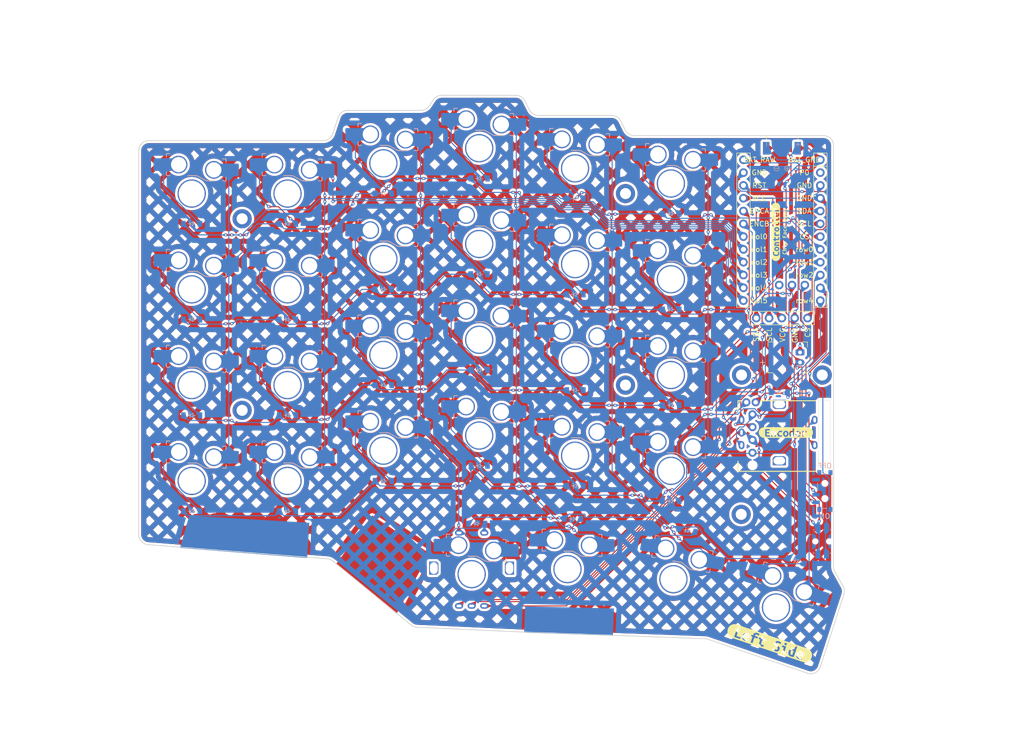
<source format=kicad_pcb>
(kicad_pcb (version 20241229) (generator "pcbnew") (generator_version "9.0")
  (title_block (title "left") (date "2025-04-14") (rev "v1.0.0") (company "Unknown"))
  (layers (0 "F.Cu" signal) (2 "B.Cu" signal) (13 "F.Paste" user) (15 "B.Paste" user) (5 "F.SilkS" user "F.Silkscreen") (7 "B.SilkS" user "B.Silkscreen") (1 "F.Mask" user) (3 "B.Mask" user) (25 "Edge.Cuts" user))
  (net 0 "")
  (net 1 "col0")
  (net 2 "outer_bottom")
  (net 3 "GND")
  (net 4 "outer_home")
  (net 5 "outer_top")
  (net 6 "outer_num")
  (net 7 "col1")
  (net 8 "pinky_bottom")
  (net 9 "pinky_home")
  (net 10 "pinky_top")
  (net 11 "pinky_num")
  (net 12 "col2")
  (net 13 "ring_bottom")
  (net 14 "ring_home")
  (net 15 "ring_top")
  (net 16 "ring_num")
  (net 17 "col3")
  (net 18 "middle_bottom")
  (net 19 "middle_home")
  (net 20 "middle_top")
  (net 21 "middle_num")
  (net 22 "col4")
  (net 23 "index_bottom")
  (net 24 "index_home")
  (net 25 "index_top")
  (net 26 "index_num")
  (net 27 "col5")
  (net 28 "inner_bottom")
  (net 29 "inner_home")
  (net 30 "inner_top")
  (net 31 "inner_num")
  (net 32 "inner_cluster")
  (net 33 "home_cluster")
  (net 34 "layer_cluster")
  (net 35 "space_cluster")
  (net 36 "row3")
  (net 37 "row2")
  (net 38 "row1")
  (net 39 "row0")
  (net 40 "row4")
  (net 41 "scrollwheel_enc")
  (net 42 "ENCA")
  (net 43 "ENCB")
  (net 44 "ENCC")
  (net 45 "ENCD")
  (net 46 "BAT_RAW")
  (net 47 "RST")
  (net 48 "VCC")
  (net 49 "BAT_GND")
  (net 50 "P0")
  (net 51 "SDA")
  (net 52 "SCL")
  (net 53 "CS")
  (net 54 "P107")
  (net 55 "ON_P")
  (footprint "ceoloide:mounting_hole_plated" (layer "F.Cu") (at 158.937608 137.638014 -10)
    (property "Reference" "H5" (hide yes))
    (property "Value" "")
  )
  (footprint "kibuzzard-67FD52AD" (layer "F.Cu") (at 124.8 158.4 -2.1)
    (property "Reference" "kibuzzard-67FD52AD" (hide yes))
    (property "Value" "G***" (hide yes))
  )
  (footprint "ok:qrcode" (layer "F.Cu") (at 88.4 146.4 140.7)
    (property "Reference" "G***" (hide yes))
    (property "Value" "LOGO" (hide yes))
  )
  (footprint "scrollwheel:RollerEncoder_Panasonic_EVQWGD001" (layer "F.Cu") (at 166.8 121.6)
    (property "Reference" "REF**")
    (property "Value" "RollerEncoder_Panasonic_EVQWGD001")
    (fp_line (start 7.4 -6.3) (end 7.4 7.3) (stroke (width 0.05)) (layer "Edge.Cuts"))
    (fp_line (start 7.7 7.6) (end 9.5 7.6) (stroke (width 0.05)) (layer "Edge.Cuts"))
    (fp_line (start 9.5 -6.6) (end 7.7 -6.6) (stroke (width 0.05)) (layer "Edge.Cuts"))
    (fp_line (start 9.8 7.3) (end 9.8 -6.3) (stroke (width 0.05)) (layer "Edge.Cuts"))
    (fp_arc (start 7.4 -6.3) (mid 7.487868 -6.512132) (end 7.7 -6.6) (stroke (width 0.05)) (layer "Edge.Cuts"))
    (fp_arc (start 7.7 7.6) (mid 7.487868 7.512132) (end 7.4 7.3) (stroke (width 0.05)) (layer "Edge.Cuts"))
    (fp_arc (start 9.5 -6.6) (mid 9.712132 -6.512132) (end 9.8 -6.3) (stroke (width 0.05)) (layer "Edge.Cuts"))
    (fp_arc (start 9.8 7.3) (mid 9.712132 7.512132) (end 9.5 7.6) (stroke (width 0.05)) (layer "Edge.Cuts"))
  )
  (footprint "ceoloide:mounting_hole_plated" (layer "F.Cu") (at 136 112)
    (property "Reference" "H4" (hide yes))
    (property "Value" "")
  )
  (footprint "pads" (layer "F.Cu") (at 167 65)
    (property "Reference" "PAD1" (hide yes))
    (property "Value" "")
  )
  (footprint "ceoloide:mounting_hole_plated" (layer "F.Cu") (at 159 110)
    (property "Reference" "H11" (hide yes))
    (property "Value" "")
  )
  (footprint "ceoloide:battery_connector_jst_ph_2" (layer "F.Cu") (at 170.6 106.5 -90)
    (property "Reference" "JST1" (hide yes))
    (property "Value" "")
  )
  (footprint "ceoloide:display_nice_view" (layer "F.Cu") (at 167 82)
    (property "Reference" "DISP1" (hide yes))
    (property "Value" "")
  )
  (footprint "kibuzzard-67FD5276" (layer "F.Cu") (at 61.4 141.8 -4.5)
    (property "Reference" "kibuzzard-67FD5276" (hide yes))
    (property "Value" "G***" (hide yes))
  )
  (footprint "ceoloide:rotary_encoder_ec11_ec12" (layer "F.Cu") (at 105.5 148.3)
    (property "Reference" "RE2" (hide yes))
    (property "Value" "")
  )
  (footprint "ceoloide:mounting_hole_plated" (layer "F.Cu") (at 60 79)
    (property "Reference" "H1" (hide yes))
    (property "Value" "")
  )
  (footprint "kibuzzard-67FD5311" (layer "F.Cu") (at 165.8 81.6 90)
    (property "Reference" "kibuzzard-67FD5311" (hide yes))
    (property "Value" "G***" (hide yes))
  )
  (footprint "ceoloide:rotary_encoder_ec11_ec12" (layer "F.Cu") (at 166.5 121.4 -90)
    (property "Reference" "RE1" (hide yes))
    (property "Value" "")
  )
  (footprint "ceoloide:mounting_hole_plated" (layer "F.Cu") (at 175 110)
    (property "Reference" "H12" (hide yes))
    (property "Value" "")
  )
  (footprint "ceoloide:mounting_hole_plated" (layer "F.Cu") (at 136 74)
    (property "Reference" "H3" (hide yes))
    (property "Value" "")
  )
  (footprint "kibuzzard-67FD9A83" (layer "F.Cu") (at 164.6 163.2 -18.8)
    (property "Reference" "kibuzzard-67FD9A83" (hide yes))
    (property "Value" "G***" (hide yes))
  )
  (footprint "kibuzzard-67FD5486" (layer "F.Cu") (at 167.8 121.4)
    (property "Reference" "kibuzzard-67FD5486" (hide yes))
    (property "Value" "G***" (hide yes))
  )
  (footprint "ceoloide:mounting_hole_plated" (layer "F.Cu") (at 60 117)
    (property "Reference" "H2" (hide yes))
    (property "Value" "")
  )
  (footprint "icon_bat" (layer "F.Cu") (at 167 69)
    (property "Reference" "")
    (property "Value" "")
  )
  (footprint "kibuzzard-67FD5341" (layer "F.Cu") (at 167.6 81.6 90)
    (property "Reference" "kibuzzard-67FD5341" (hide yes))
    (property "Value" "G***" (hide yes))
  )
  (footprint "ceoloide:mcu_supermini_nrf52840" (layer "F.Cu") (at 167 80)
    (property "Reference" "MCU1" (hide yes))
    (property "Value" "")
  )
  (footprint "ceoloide:switch_gateron_ks27_ks33" (layer "B.Cu") (at 50 74 180)
    (property "Reference" "S4" (hide yes))
    (property "Value" "")
  )
  (footprint "ceoloide:diode_tht_sod123" (layer "B.Cu") (at 69 99)
    (property "Reference" "D7" (hide yes))
    (property "Value" "")
  )
  (footprint "ceoloide:switch_gateron_ks27_ks33" (layer "B.Cu") (at 50 112 180)
    (property "Reference" "S2" (hide yes))
    (property "Value" "")
  )
  (footprint "ceoloide:switch_gateron_ks27_ks33" (layer "B.Cu") (at 88 125 180)
    (property "Reference" "S9" (hide yes))
    (property "Value" "")
  )
  (footprint "ceoloide:diode_tht_sod123" (layer "B.Cu") (at 107 71)
    (property "Reference" "D16" (hide yes))
    (property "Value" "")
  )
  (footprint "ceoloide:diode_tht_sod123" (layer "B.Cu") (at 107 90)
    (property "Reference" "D15" (hide yes))
    (property "Value" "")
  )
  (footprint "ceoloide:switch_gateron_ks27_ks33" (layer "B.Cu") (at 145 129 180)
    (property "Reference" "S21" (hide yes))
    (property "Value" "")
  )
  (footprint "ceoloide:diode_tht_sod123" (layer "B.Cu") (at 69 137)
    (property "Reference" "D5" (hide yes))
    (property "Value" "")
  )
  (footprint "ceoloide:switch_gateron_ks27_ks33" (layer "B.Cu") (at 50 131 180)
    (property "Reference" "S1" (hide yes))
    (property "Value" "")
  )
  (footprint "ceoloide:switch_gateron_ks27_ks33" (layer "B.Cu") (at 165.833667 156.116227 162)
    (property "Reference" "S28" (hide yes))
    (property "Value" "")
  )
  (footprint "ceoloide:switch_gateron_ks27_ks33" (layer "B.Cu") (at 124.5 148.5 180)
    (property "Reference" "S26" (hide yes))
    (property "Value" "")
  )
  (footprint "ceoloide:diode_tht_sod123" (layer "B.Cu") (at 69 80)
    (property "Reference" "D8" (hide yes))
    (property "Value" "")
  )
  (footprint "ceoloide:diode_tht_sod123" (layer "B.Cu") (at 126 94)
    (property "Reference" "D19" (hide yes))
    (property "Value" "")
  )
  (footprint "ceoloide:diode_tht_sod123" (layer "B.Cu") (at 169.874893 146.914679 -18)
    (property "Reference" "D28" (hide yes))
    (property "Value" "")
  )
  (footprint "ceoloide:diode_tht_sod123" (layer "B.Cu") (at 88 93)
    (property "Reference" "D11" (hide yes))
    (property "Value" "")
  )
  (footprint "ceoloide:switch_gateron_ks27_ks33" (layer "B.Cu") (at 69 112 180)
    (property "Reference" "S6" (hide yes))
    (property "Value" "")
  )
  (footprint "ceoloide:switch_gateron_ks27_ks33" (layer "B.Cu") (at 126 88 180)
    (property "Reference" "S19" (hide yes))
    (property "Value" "")
  )
  (footprint "ceoloide:diode_tht_sod123" (layer "B.Cu") (at 126 75)
    (property "Reference" "D20" (hide yes))
    (property "Value" "")
  )
  (footprint "ceoloide:switch_gateron_ks27_ks33" (layer "B.Cu") (at 50 93 180)
    (property "Reference" "S3" (hide yes))
    (property "Value" "")
  )
  (footprint "ceoloide:diode_tht_sod123" (layer "B.Cu") (at 148.22129 140.825571 -10)
    (property "Reference" "D27" (hide yes))
    (property "Value" "")
  )
  (footprint "ceoloide:switch_gateron_ks27_ks33" (layer "B.Cu") (at 69 93 180)
    (property "Reference" "S7" (hide yes))
    (property "Value" "")
  )
  (footprint "ceoloide:switch_gateron_ks27_ks33" (layer "B.Cu") (at 69 74 180)
    (property "Reference" "S8" (hide yes))
    (property "Value" "")
  )
  (footprint "ceoloide:diode_tht_sod123" (layer "B.Cu") (at 69 118)
    (property "Reference" "D6" (hide yes))
    (property "Value" "")
  )
  (footprint "ceoloide:diode_tht_sod123" (layer "B.Cu") (at 106.5 139.5)
    (property "Reference" "D25" (hide yes))
    (property "Value" "")
  )
  (footprint "ceoloide:switch_gateron_ks27_ks33" (layer "B.Cu") (at 69 131 180)
    (property "Reference" "S5" (hide yes))
    (property "Value" "")
  )
  (footprint "ceoloide:switch_gateron_ks27_ks33" (layer "B.Cu") (at 126 107 180)
    (property "Reference" "S18" (hide yes))
    (property "Value" "")
  )
  (footprint "ceoloide:diode_tht_sod123" (layer "B.Cu") (at 166.5 113.4)
    (property "Reference" "D29" (hide yes))
    (property "Value" "")
  )
  (footprint "ceoloide:power_switch_smd_side" (layer "B.Cu") (at 175.5 133)
    (property "Reference" "PWR1" (hide yes))
    (property "Value" "")
  )
  (footprint "ceoloide:diode_tht_sod123" (layer "B.Cu") (at 50 80)
    (property "Reference" "D4" (hide yes))
    (property "Value" "")
  )
  (footprint "ceoloide:switch_gateron_ks27_ks33" (layer "B.Cu") (at 107 65 180)
    (property "Reference" "S16" (hide yes))
    (property "Value" "")
  )
  (footprint "ceoloide:switch_gateron_ks27_ks33" (layer "B.Cu") (at 88 106 180)
    (property "Reference" "S10" (hide yes))
    (property "Value" "")
  )
  (footprint "ceoloide:switch_gateron_ks27_ks33" (layer "B.Cu") (at 105.5 149.5 180)
    (property "Reference" "S25" (hide yes))
    (property "Value" "")
  )
  (footprint "ceoloide:diode_tht_sod123" (layer "B.Cu") (at 126 113)
    (property "Reference" "D18" (hide yes))
    (property "Value" "")
  )
  (footprint "ceoloide:diode_tht_sod123" (layer "B.Cu") (at 107 128)
    (property "Reference" "D13" (hide yes))
    (property "Value" "")
  )
  (footprint "ceoloide:switch_gateron_ks27_ks33" (layer "B.Cu") (at 145 72 180)
    (property "Reference" "S24" (hide yes))
    (property "Value" "")
  )
  (footprint "ceoloide:switch_gateron_ks27_ks33" (layer "B.Cu") (at 126 69 180)
    (property "Reference" "S20" (hide yes))
    (property "Value" "")
  )
  (footprint "ceoloide:switch_gateron_ks27_ks33" (layer "B.Cu") (at 145 110 180)
    (property "Reference" "S22" (hide yes))
    (property "Value" "")
  )
  (footprint "ceoloide:diode_tht_sod123" (layer "B.Cu") (at 88 74)
    (property "Reference" "D12" (hide yes))
    (property "Value" "")
  )
  (footprint "ceoloide:switch_gateron_ks27_ks33" (layer "B.Cu") (at 145 91 180)
    (property "Reference" "S23" (hide yes))
    (property "Value" "")
  )
  (footprint "ceoloide:diode_tht_sod123" (layer "B.Cu") (at 88 112)
    (property "Reference" "D10" (hide yes))
    (property "Value" "")
  )
  (footprint "ceoloide:diode_tht_sod123" (layer "B.Cu") (at 50 99)
    (property "Reference" "D3" (hide yes))
    (property "Value" "")
  )
  (footprint "ceoloide:diode_tht_sod123" (layer "B.Cu") (at 50 137)
    (property "Reference" "D1" (hide yes))
    (property "Value" "")
  )
  (footprint "ceoloide:switch_gateron_ks27_ks33" (layer "B.Cu") (at 126 126 180)
    (property "Reference" "S17" (hide yes))
    (property "Value" "")
  )
  (footprint "ceoloide:switch_gateron_ks27_ks33" (layer "B.Cu") (at 145.5 150.5 170)
    (property "Reference" "S27" (hide yes))
    (property "Value" "")
  )
  (footprint "ceoloide:switch_gateron_ks27_ks33" (layer "B.Cu") (at 88 87 180)
    (property "Reference" "S11" (hide yes))
    (property "Value" "")
  )
  (footprint "ceoloide:reset_switch_smd_side" (layer "B.Cu") (at 175 143 -90)
    (property "Reference" "RST1" (hide yes))
    (property "Value" "")
  )
  (footprint "ceoloide:switch_gateron_ks27_ks33" (layer "B.Cu") (at 107 84 180)
    (property "Reference" "S15" (hide yes))
    (property "Value" "")
  )
  (footprint "ceoloide:diode_tht_sod123" (layer "B.Cu") (at 145 97)
    (property "Reference" "D23" (hide yes))
    (property "Value" "")
  )
  (footprint "ceoloide:diode_tht_sod123" (layer "B.Cu") (at 88 131)
    (property "Reference" "D9" (hide yes))
    (property "Value" "")
  )
  (footprint "ceoloide:switch_gateron_ks27_ks33" (layer "B.Cu") (at 107 122 180)
    (property "Reference" "S13" (hide yes))
    (property "Value" "")
  )
  (footprint "ceoloide:diode_tht_sod123" (layer "B.Cu") (at 50 118)
    (property "Reference" "D2" (hide yes))
    (property "Value" "")
  )
  (footprint "ceoloide:battery_connector_molex_pico_ezmate_1x02" (layer "B.Cu") (at 167 74)
    (property "Reference" "CONN1" (hide yes))
    (property "Value" "")
  )
  (footprint "ceoloide:diode_tht_sod123" (layer "B.Cu") (at 107 109)
    (property "Reference" "D14" (hide yes))
    (property "Value" "")
  )
  (footprint "ceoloide:switch_gateron_ks27_ks33" (layer "B.Cu") (at 107 103 180)
    (property "Reference" "S14" (hide yes))
    (property "Value" "")
  )
  (footprint "ceoloide:diode_tht_sod123" (layer "B.Cu") (at 145 116)
    (property "Reference" "D22" (hide yes))
    (property "Value" "")
  )
  (footprint "ceoloide:diode_tht_sod123" (layer "B.Cu") (at 125.5 138.5)
    (property "Reference" "D26" (hide yes))
    (property "Value" "")
  )
  (footprint "ceoloide:switch_gateron_ks27_ks33" (layer "B.Cu") (at 88 68 180)
    (property "Reference" "S12" (hide yes))
    (property "Value" "")
  )
  (footprint "ceoloide:diode_tht_sod123" (layer "B.Cu") (at 126 132)
    (property "Reference" "D17" (hide yes))
    (property "Value" "")
  )
  (footprint "ceoloide:diode_tht_sod123" (layer "B.Cu") (at 145 135)
    (property "Reference" "D21" (hide yes))
    (property "Value" "")
  )
  (footprint "ceoloide:diode_tht_sod123" (layer "B.Cu") (at 145 78)
    (property "Reference" "D24" (hide yes))
    (property "Value" "")
  )
  (gr_poly (pts (xy 85.8 138) (xy 97 145.4) (xy 90.6 157.2) (xy 78.8 147.4)) (stroke (width 0.2)) (fill yes) (layer "F.Cu"))
  (gr_poly (pts (xy 116.2 156) (xy 133.6 156.4) (xy 133.4 161.6) (xy 116 161)) (stroke (width 0.2)) (fill yes) (layer "B.Cu"))
  (gr_poly (pts (xy 49.6 138) (xy 73.2 139.4) (xy 72.8 146.2) (xy 47.8 144.2)) (stroke (width 0.2)) (fill yes) (layer "B.Cu") (net 36))
  (gr_arc (start 77.955848 62.132456) (mid 77.2279 63.122477) (end 76.058482 63.5) (stroke (width 0.15)) (layer "Edge.Cuts"))
  (gr_line (start 80.941518 57.5) (end 95.429632 57.5) (stroke (width 0.15)) (layer "Edge.Cuts"))
  (gr_arc (start 97.906267 55.3906) (mid 98.626649 54.736639) (end 99.570368 54.5) (stroke (width 0.15)) (layer "Edge.Cuts"))
  (gr_arc (start 39.5 65.5) (mid 40.085786 64.085786) (end 41.5 63.5) (stroke (width 0.15)) (layer "Edge.Cuts"))
  (gr_arc (start 94.662435 160.030111) (mid 94.038283 159.899994) (end 93.486774 159.580088) (stroke (width 0.15)) (layer "Edge.Cuts"))
  (gr_line (start 76.875652 146.450709) (end 41.342595 143.645468) (stroke (width 0.15)) (layer "Edge.Cuts"))
  (gr_line (start 177.499095 148.951208) (end 179.144667 151.931982) (stroke (width 0.15)) (layer "Edge.Cuts"))
  (gr_arc (start 76.875652 146.450709) (mid 77.46427 146.588867) (end 77.984722 146.896591) (stroke (width 0.15)) (layer "Edge.Cuts"))
  (gr_line (start 39.5 141.651672) (end 39.5 65.5) (stroke (width 0.15)) (layer "Edge.Cuts"))
  (gr_arc (start 174.628909 167.880071) (mid 173.62157 169.050691) (end 172.0807 169.154803) (stroke (width 0.15)) (layer "Edge.Cuts"))
  (gr_line (start 77.955848 62.132456) (end 79.044152 58.867544) (stroke (width 0.15)) (layer "Edge.Cuts"))
  (gr_line (start 116.052786 55.605573) (end 116.947214 57.394427) (stroke (width 0.15)) (layer "Edge.Cuts"))
  (gr_arc (start 175.25 62.5) (mid 176.664214 63.085786) (end 177.25 64.5) (stroke (width 0.15)) (layer "Edge.Cuts"))
  (gr_line (start 137.736068 62.5) (end 175.25 62.5) (stroke (width 0.15)) (layer "Edge.Cuts"))
  (gr_line (start 135.052786 59.605573) (end 135.947214 61.394427) (stroke (width 0.15)) (layer "Edge.Cuts"))
  (gr_arc (start 151.753211 162.305741) (mid 152.043639 162.337707) (end 152.326313 162.411643) (stroke (width 0.15)) (layer "Edge.Cuts"))
  (gr_line (start 115.991087 160.999595) (end 94.662435 160.030111) (stroke (width 0.15)) (layer "Edge.Cuts"))
  (gr_line (start 151.753211 162.305741) (end 116.00891 161.000325) (stroke (width 0.15)) (layer "Edge.Cuts"))
  (gr_line (start 118.736068 58.5) (end 133.263932 58.5) (stroke (width 0.15)) (layer "Edge.Cuts"))
  (gr_arc (start 177.499095 148.951208) (mid 177.313275 148.483694) (end 177.25 147.9846) (stroke (width 0.15)) (layer "Edge.Cuts"))
  (gr_line (start 99.570368 54.5) (end 114.263932 54.5) (stroke (width 0.15)) (layer "Edge.Cuts"))
  (gr_line (start 172.0807 169.154803) (end 152.326313 162.411643) (stroke (width 0.15)) (layer "Edge.Cuts"))
  (gr_line (start 41.5 63.5) (end 76.058482 63.5) (stroke (width 0.15)) (layer "Edge.Cuts"))
  (gr_line (start 97.093733 56.6094) (end 97.906267 55.3906) (stroke (width 0.15)) (layer "Edge.Cuts"))
  (gr_arc (start 118.736068 58.5) (mid 117.684618 58.201289) (end 116.947214 57.394427) (stroke (width 0.15)) (layer "Edge.Cuts"))
  (gr_line (start 177.25 147.9846) (end 177.25 64.5) (stroke (width 0.15)) (layer "Edge.Cuts"))
  (gr_arc (start 41.342595 143.645468) (mid 40.0312 143.009092) (end 39.5 141.651672) (stroke (width 0.15)) (layer "Edge.Cuts"))
  (gr_arc (start 133.263932 58.5) (mid 134.315382 58.798711) (end 135.052786 59.605573) (stroke (width 0.15)) (layer "Edge.Cuts"))
  (gr_arc (start 137.736068 62.5) (mid 136.684618 62.201289) (end 135.947214 61.394427) (stroke (width 0.15)) (layer "Edge.Cuts"))
  (gr_arc (start 114.263932 54.5) (mid 115.315382 54.798711) (end 116.052786 55.605573) (stroke (width 0.15)) (layer "Edge.Cuts"))
  (gr_arc (start 97.093733 56.6094) (mid 96.373351 57.263361) (end 95.429632 57.5) (stroke (width 0.15)) (layer "Edge.Cuts"))
  (gr_line (start 93.486774 159.580088) (end 77.984722 146.896591) (stroke (width 0.15)) (layer "Edge.Cuts"))
  (gr_line (start 179.295875 153.516625) (end 174.628909 167.880071) (stroke (width 0.15)) (layer "Edge.Cuts"))
  (gr_arc (start 116.00891 161.000325) (mid 115.999998 160.99998) (end 115.991087 160.999595) (stroke (width 0.15)) (layer "Edge.Cuts"))
  (gr_arc (start 79.044152 58.867544) (mid 79.7721 57.877523) (end 80.941518 57.5) (stroke (width 0.15)) (layer "Edge.Cuts"))
  (gr_arc (start 179.144667 151.931982) (mid 179.384727 152.708612) (end 179.295875 153.516625) (stroke (width 0.15)) (layer "Edge.Cuts"))
  (segment (start 64.912684 77.2) (end 73.2 77.2) (width 0.2) (layer "B.Cu") (net 1))
  (segment (start 75.4 75) (end 122.6 75) (width 0.2) (layer "B.Cu") (net 1))
  (segment (start 60.256342 85.393658) (end 57.35 88.3) (width 0.2) (layer "B.Cu") (net 1))
  (segment (start 129.4 76) (end 132.8 79.4) (width 0.2) (layer "B.Cu") (net 1))
  (segment (start 57.35 88.3) (end 57.35 107.3) (width 0.2) (layer "B.Cu") (net 1))
  (segment (start 123.6 76) (end 129.4 76) (width 0.2) (layer "B.Cu") (net 1))
  (segment (start 57.35 69.3) (end 57.35 88.3) (width 0.2) (layer "B.Cu") (net 1))
  (segment (start 73.2 77.2) (end 75.4 75) (width 0.2) (layer "B.Cu") (net 1))
  (segment (start 132.8 79.4) (end 156.24 79.4) (width 0.2) (layer "B.Cu") (net 1))
  (segment (start 60.256342 81.856342) (end 64.912684 77.2) (width 0.2) (layer "B.Cu") (net 1))
  (segment (start 156.24 79.4) (end 159.38 82.54) (width 0.2) (layer "B.Cu") (net 1))
  (segment (start 60.256342 81.856342) (end 60.256342 85.393658) (width 0.2) (layer "B.Cu") (net 1))
  (segment (start 57.35 107.3) (end 57.35 126.3) (width 0.2) (layer "B.Cu") (net 1))
  (segment (start 122.6 75) (end 123.6 76) (width 0.2) (layer "B.Cu") (net 1))
  (segment (start 51.614523 137) (end 51.65 137) (width 0.2) (layer "B.Cu") (net 2))
  (segment (start 44.45 125.25) (end 44.45 129.835477) (width 0.2) (layer "B.Cu") (net 2))
  (segment (start 44.45 129.835477) (end 51.614523 137) (width 0.2) (layer "B.Cu") (net 2))
  (segment (start 170.989 88.22) (end 170.989 82.211) (width 0.2) (layer "F.Cu") (net 3))
  (segment (start 106.351 154.949) (end 105.5 155.8) (width 0.2) (layer "F.Cu") (net 3))
  (segment (start 170.24753 108.401) (end 170.04853 108.6) (width 0.2) (layer "F.Cu") (net 3))
  (segment (start 169 99.24) (end 169.54 98.7) (width 0.2) (layer "F.Cu") (net 3))
  (segment (start 159 121.4) (end 158.113604 121.4) (width 0.2) (layer "F.Cu") (net 3))
  (segment (start 162.474941 124.95) (end 162.474941 128.474941) (width 0.2) (layer "F.Cu") (net 3))
  (segment (start 175.771 80.47676) (end 175.771 76.071) (width 0.2) (layer "F.Cu") (net 3))
  (segment (start 169.54 97.46) (end 169.6 97.4) (width 0.2) (layer "F.Cu") (net 3))
  (segment (start 169 101.2) (end 169 99.24) (width 0.2) (layer "F.Cu") (net 3))
  (segment (start 171.001 108.401) (end 170.24753 108.401) (width 0.2) (layer "F.Cu") (net 3))
  (segment (start 124.564604 154.949) (end 106.351 154.949) (width 0.2) (layer "F.Cu") (net 3))
  (segment (start 175.771 76.071) (end 174.62 74.92) (width 0.2) (layer "F.Cu") (net 3))
  (segment (start 162.474941 128.474941) (end 173.2 139.2) (width 0.2) (layer "F.Cu") (net 3))
  (segment (start 170.989 82.211) (end 172.049 81.151) (width 0.2) (layer "F.Cu") (net 3))
  (segment (start 171.001 132.151057) (end 171.001 131.2) (width 0.2) (layer "F.Cu") (net 3))
  (segment (start 174.4 135.550057) (end 171.001 132.151057) (width 0.2) (layer "F.Cu") (net 3))
  (segment (start 174.12 74.92) (end 173.6 74.4) (width 0.2) (layer "F.Cu") (net 3))
  (segment (start 174.4 139) (end 174.4 135.550057) (width 0.2) (layer "F.Cu") (net 3))
  (segment (start 171.001 131.2) (end 171.001 108.401) (width 0.2) (layer "F.Cu") (net 3))
  (segment (start 174.62 74.92) (end 174.12 74.92) (width 0.2) (layer "F.Cu") (net 3))
  (segment (start 172.049 81.151) (end 175.09676 81.151) (width 0.2) (layer "F.Cu") (net 3))
  (segment (start 158.113604 121.4) (end 124.564604 154.949) (width 0.2) (layer "F.Cu") (net 3))
  (segment (start 175.09676 81.151) (end 175.771 80.47676) (width 0.2) (layer "F.Cu") (net 3))
  (segment (start 169.54 98.7) (end 169.54 97.46) (width 0.2) (layer "F.Cu") (net 3))
  (via (at 169.6 97.4) (size 0.6) (drill 0.3) (layers "F.Cu" "B.Cu") (net 3))
  (via (at 170.989 88.22) (size 0.6) (drill 0.3) (layers "F.Cu" "B.Cu") (net 3))
  (via (at 169 101.2) (size 0.6) (drill 0.3) (layers "F.Cu" "B.Cu") (net 3))
  (via (at 173.6 74.4) (size 0.6) (drill 0.3) (layers "F.Cu" "B.Cu") (net 3))
  (via (at 173.2 139.2) (size 0.6) (drill 0.3) (layers "F.Cu" "B.Cu") (net 3))
  (via (at 162.474941 124.95) (size 0.6) (drill 0.3) (layers "F.Cu" "B.Cu") (net 3))
  (via (at 170.04853 108.6) (size 0.6) (drill 0.3) (layers "F.Cu" "B.Cu") (net 3))
  (via (at 174.4 139) (size 0.6) (drill 0.3) (layers "F.Cu" "B.Cu") (net 3))
  (segment (start 158.90324 73.531) (end 159.85676 73.531) (width 0.2) (layer "B.Cu") (net 3))
  (segment (start 162.474941 124.95) (end 162.474941 124.169941) (width 0.2) (layer "B.Cu") (net 3))
  (segment (start 169.6 98.64) (end 169.54 98.7) (width 0.2) (layer "B.Cu") (net 3))
  (segment (start 174.15 139.25) (end 174.4 139) (width 0.2) (layer "B.Cu") (net 3))
  (segment (start 158.229 70.991) (end 158.229 72.85676) (width 0.2) (layer "B.Cu") (net 3))
  (segment (start 162.474941 124.169941) (end 161.175 122.87) (width 0.2) (layer "B.Cu") (net 3))
  (segment (start 169.6 97.4) (end 170.2 96.8) (width 0.2) (layer "B.Cu") (net 3))
  (segment (start 159.705 121.4) (end 159 121.4) (width 0.2) (layer "B.Cu") (net 3))
  (segment (start 174.351 140.576) (end 174.351 145.424) (width 0.2) (layer "B.Cu") (net 3))
  (segment (start 173.6 74.4) (end 174.62 73.38) (width 0.2) (layer "B.Cu") (net 3))
  (segment (start 174.351 145.424) (end 174.15 145.625) (width 0.2) (layer "B.Cu") (net 3))
  (segment (start 159.85676 73.531) (end 161.24576 74.92) (width 0.2) (layer "B.Cu") (net 3))
  (segment (start 174.15 140.375) (end 174.15 139.25) (width 0.2) (layer "B.Cu") (net 3))
  (segment (start 174.62 73.38) (end 174.62 72.38) (width 0.2) (layer "B.Cu") (net 3))
  (segment (start 170.2 89.009) (end 170.989 88.22) (width 0.2) (layer "B.Cu") (net 3))
  (segment (start 161.175 122.87) (end 159.705 121.4) (width 0.2) (layer "B.Cu") (net 3))
  (segment (start 161.24576 74.92) (end 174.62 74.92) (width 0.2) (layer "B.Cu") (net 3))
  (segment (start 173.2 139.2) (end 173.2 139.425) (width 0.2) (layer "B.Cu") (net 3))
  (segment (start 158.229 72.85676) (end 158.90324 73.531) (width 0.2) (layer "B.Cu") (net 3))
  (segment (start 170.04853 108.6) (end 169 107.55147) (width 0.2) (layer "B.Cu") (net 3))
  (segment (start 159.38 69.84) (end 158.229 70.991) (width 0.2) (layer "B.Cu") (net 3))
  (segment (start 170.2 96.8) (end 170.2 89.009) (width 0.2) (layer "B.Cu") (net 3))
  (segment (start 169 107.55147) (end 169 101.2) (width 0.2) (layer "B.Cu") (net 3))
  (segment (start 174.15 140.375) (end 174.351 140.576) (width 0.2) (layer "B.Cu") (net 3))
  (segment (start 173.2 139.425) (end 174.15 140.375) (width 0.2) (layer "B.Cu") (net 3))
  (segment (start 44.45 106.25) (end 44.45 110.835477) (width 0.2) (layer "B.Cu") (net 4))
  (segment (start 44.45 110.835477) (end 51.614523 118) (width 0.2) (layer "B.Cu") (net 4))
  (segment (start 51.614523 118) (end 51.65 118) (width 0.2) (layer "B.Cu") (net 4))
  (segment (start 44.45 87.25) (end 44.45 91.835477) (width 0.2) (layer "B.Cu") (net 5))
  (segment (start 44.45 91.835477) (end 51.614523 99) (width 0.2) (layer "B.Cu") (net 5))
  (segment (start 51.614523 99) (end 51.65 99) (width 0.2) (layer "B.Cu") (net 5))
  (segment (start 44.45 72.85) (end 51.6 80) (width 0.2) (layer "B.Cu") (net 6))
  (segment (start 51.6 80) (end 51.65 80) (width 0.2) (layer "B.Cu") (net 6))
  (segment (start 44.45 68.25) (end 44.45 72.85) (width 0.2) (layer "B.Cu") (net 6))
  (segment (start 78 75.6) (end 78 71) (width 0.2) (layer "F.Cu") (net 7))
  (segment (start 76.4 74.4) (end 76.4 75.6) (width 0.2) (layer "F.Cu") (net 7))
  (via (at 76.4 75.6) (size 0.6) (drill 0.3) (layers "F.Cu" "B.Cu") (net 7))
  (via (at 76.4 74.4) (size 0.6) (drill 0.3) (layers "F.Cu" "B.Cu") (net 7))
  (via (at 78 71) (size 0.6) (drill 0.3) (layers "F.Cu" "B.Cu") (net 7))
  (via (at 78 75.6) (size 0.6) (drill 0.3) (layers "F.Cu" "B.Cu") (net 7))
  (segment (start 76.35 77.65) (end 76.35 88.3) (width 0.2) (layer "B.Cu") (net 7))
  (segment (start 76.4 77.6) (end 76.35 77.65) (width 0.2) (layer "B.Cu") (net 7))
  (segment (start 78 75.6) (end 78.199 75.401) (width 0.2) (layer "B.Cu") (net 7))
  (segment (start 76.35 69.3) (end 76.35 74.35) (width 0.2) (layer "B.Cu") (net 7))
  (segment (start 132.6339 79.801) (end 156.0739 79.801) (width 0.2) (layer "B.Cu") (net 7))
  (segment (start 76.4 75.6) (end 76.4 77.6) (width 0.2) (layer "B.Cu") (net 7))
  (segment (start 157.6 83.3) (end 159.38 85.08) (width 0.2) (layer "B.Cu") (net 7))
  (segment (start 156.0739 79.801) (end 157.6 81.3271) (width 0.2) (layer "B.Cu") (net 7))
  (segment (start 76.35 74.35) (end 76.4 74.4) (width 0.2) (layer "B.Cu") (net 7))
  (segment (start 157.6 81.3271) (end 157.6 83.3) (width 0.2) (layer "B.Cu") (net 7))
  (segment (start 78.199 75.401) (end 122.4 75.401) (width 0.2) (layer "B.Cu") (net 7))
  (segment (start 76.35 88.3) (end 76.35 107.3) (width 0.2) (layer "B.Cu") (net 7))
  (segment (start 129.2339 76.401) (end 132.6339 79.801) (width 0.2) (layer "B.Cu") (net 7))
  (segment (start 122.4 75.401) (end 123.4 76.401) (width 0.2) (layer "B.Cu") (net 7))
  (segment (start 78 71) (end 78 70.95) (width 0.2) (layer "B.Cu") (net 7))
  (segment (start 78 70.95) (end 76.35 69.3) (width 0.2) (layer "B.Cu") (net 7))
  (segment (start 76.35 107.3) (end 76.35 126.3) (width 0.2) (layer "B.Cu") (net 7))
  (segment (start 123.4 76.401) (end 129.2339 76.401) (width 0.2) (layer "B.Cu") (net 7))
  (segment (start 63.45 125.25) (end 63.45 129.835477) (width 0.2) (layer "B.Cu") (net 8))
  (segment (start 70.614523 137) (end 70.65 137) (width 0.2) (layer "B.Cu") (net 8))
  (segment (start 63.45 129.835477) (end 70.614523 137) (width 0.2) (layer "B.Cu") (net 8))
  (segment (start 63.45 106.25) (end 63.45 110.835477) (width 0.2) (layer "B.Cu") (net 9))
  (segment (start 63.45 110.835477) (end 70.614523 118) (width 0.2) (layer "B.Cu") (net 9))
  (segment (start 70.614523 118) (end 70.65 118) (width 0.2) (layer "B.Cu") (net 9))
  (segment (start 63.45 91.835477) (end 70.614523 99) (width 0.2) (layer "B.Cu") (net 10))
  (segment (start 63.45 87.25) (end 63.45 91.835477) (width 0.2) (layer "B.Cu") (net 10))
  (segment (start 70.614523 99) (end 70.65 99) (width 0.2) (layer "B.Cu") (net 10))
  (segment (start 65.262718 76.6) (end 67.2 76.6) (width 0.2) (layer "F.Cu") (net 11))
  (segment (start 67.2 76.6) (end 69.6 79) (width 0.2) (layer "F.Cu") (net 11))
  (via (at 65.262718 76.6) (size 0.6) (drill 0.3) (layers "F.Cu" "B.Cu") (net 11))
  (via (at 69.6 79) (size 0.6) (drill 0.3) (layers "F.Cu" "B.Cu") (net 11))
  (segment (start 69.65 79) (end 70.65 80) (width 0.2) (layer "B.Cu") (net 11))
  (segment (start 69.6 79) (end 69.65 79) (width 0.2) (layer "B.Cu") (net 11))
  (segment (start 63.45 74.787282) (end 65.262718 76.6) (width 0.2) (layer "B.Cu") (net 11))
  (segment (start 63.45 68.25) (end 63.45 74.787282) (width 0.2) (layer "B.Cu") (net 11))
  (segment (start 102.935389 139.801) (end 102.935389 141.235389) (width 0.2) (layer "F.Cu") (net 12))
  (segment (start 95.4 74.4) (end 95.4 75.801) (width 0.2) (layer "F.Cu") (net 12))
  (segment (start 95.4 75.801) (end 95.2 76.001) (width 0.2) (layer "F.Cu") (net 12))
  (segment (start 102.935389 141.235389) (end 103 141.3) (width 0.2) (layer "F.Cu") (net 12))
  (via (at 102.935389 139.801) (size 0.6) (drill 0.3) (layers "F.Cu" "B.Cu") (net 12))
  (via (at 95.4 74.4) (size 0.6) (drill 0.3) (layers "F.Cu" "B.Cu") (net 12))
  (via (at 95.2 76.001) (size 0.6) (drill 0.3) (layers "F.Cu" "B.Cu") (net 12))
  (segment (start 159.38 87.62) (end 157.2 85.44) (width 0.2) (layer "B.Cu") (net 12))
  (segment (start 95.35 76.151) (end 95.35 82.3) (width 0.2) (layer "B.Cu") (net 12))
  (segment (start 95.35 101.3) (end 95.35 120.3) (width 0.2) (layer "B.Cu") (net 12))
  (segment (start 105.3 142.6) (end 110.65 142.6) (width 0.2) (layer "B.Cu") (net 12))
  (segment (start 95.2 76.001) (end 95.35 76.151) (width 0.2) (layer "B.Cu") (net 12))
  (segment (start 129.0678 76.802) (end 123.202 76.802) (width 0.2) (layer "B.Cu") (net 12))
  (segment (start 95.35 82.3) (end 95.35 101.3) (width 0.2) (layer "B.Cu") (net 12))
  (segment (start 132.4678 80.202) (end 129.0678 76.802) (width 0.2) (layer "B.Cu") (net 12))
  (segment (start 95.35 77.05) (end 95.35 82.3) (width 0.2) (layer "B.Cu") (net 12))
  (segment (start 157.2 85.44) (end 157.2 81.4942) (width 0.2) (layer "B.Cu") (net 12))
  (segment (start 95.35 120.3) (end 102.935389 127.885389) (width 0.2) (layer "B.Cu") (net 12))
  (segment (start 95.35 63.3) (end 95.35 74.35) (width 0.2) (layer "B.Cu") (net 12))
  (segment (start 103 141.3) (end 104 141.3) (width 0.2) (layer "B.Cu") (net 12))
  (segment (start 155.9078 80.202) (end 132.4678 80.202) (width 0.2) (layer "B.Cu") (net 12))
  (segment (start 123.202 76.802) (end 122.202 75.802) (width 0.2) (layer "B.Cu") (net 12))
  (segment (start 104 141.3) (end 105.3 142.6) (width 0.2) (layer "B.Cu") (net 12))
  (segment (start 157.2 81.4942) (end 155.9078 80.202) (width 0.2) (layer "B.Cu") (net 12))
  (segment (start 95.35 74.35) (end 95.4 74.4) (width 0.2) (layer "B.Cu") (net 12))
  (segment (start 96.598 75.802) (end 95.35 77.05) (width 0.2) (layer "B.Cu") (net 12))
  (segment (start 110.65 142.6) (end 112.85 144.8) (width 0.2) (layer "B.Cu") (net 12))
  (segment (start 122.202 75.802) (end 96.598 75.802) (width 0.2) (layer "B.Cu") (net 12))
  (segment (start 102.935389 127.885389) (end 102.935389 139.801) (width 0.2) (layer "B.Cu") (net 12))
  (segment (start 89.614523 131) (end 89.65 131) (width 0.2) (layer "B.Cu") (net 13))
  (segment (start 82.45 119.25) (end 82.45 123.835477) (width 0.2) (layer "B.Cu") (net 13))
  (segment (start 82.45 123.835477) (end 89.614523 131) (width 0.2) (layer "B.Cu") (net 13))
  (segment (start 82.45 100.25) (end 82.45 104.835477) (width 0.2) (layer "B.Cu") (net 14))
  (segment (start 82.45 104.835477) (end 89.614523 112) (width 0.2) (layer "B.Cu") (net 14))
  (segment (start 89.614523 112) (end 89.65 112) (width 0.2) (layer "B.Cu") (net 14))
  (segment (start 89.614523 93) (end 89.65 93) (width 0.2) (layer "B.Cu") (net 15))
  (segment (start 82.45 85.835477) (end 89.614523 93) (width 0.2) (layer "B.Cu") (net 15))
  (segment (start 82.45 81.25) (end 82.45 85.835477) (width 0.2) (layer "B.Cu") (net 15))
  (segment (start 82.45 66.85) (end 89.6 74) (width 0.2) (layer "B.Cu") (net 16))
  (segment (start 89.6 74) (end 89.65 74) (width 0.2) (layer "B.Cu") (net 16))
  (segment (start 82.45 62.25) (end 82.45 66.85) (width 0.2) (layer "B.Cu") (net 16))
  (segment (start 124.8 140) (end 125.05 140) (width 0.2) (layer "F.Cu") (net 17))
  (segment (start 125.05 140) (end 125.774265 140.724265) (width 0.2) (layer "F.Cu") (net 17))
  (segment (start 114.2 74.4) (end 114.2 76.402) (width 0.2) (layer "F.Cu") (net 17))
  (via (at 114.2 74.4) (size 0.6) (drill 0.3) (layers "F.Cu" "B.Cu") (net 17))
  (via (at 124.8 140) (size 0.6) (drill 0.3) (layers "F.Cu" "B.Cu") (net 17))
  (via (at 114.2 76.402) (size 0.6) (drill 0.3) (layers "F.Cu" "B.Cu") (net 17))
  (via (at 125.774265 140.724265) (size 0.6) (drill 0.3) (layers "F.Cu" "B.Cu") (net 17))
  (segment (start 123.698 140) (end 124.8 140) (width 0.2) (layer "B.Cu") (net 17))
  (segment (start 114.2 76.6) (end 114.35 76.75) (width 0.2) (layer "B.Cu") (net 17))
  (segment (start 125.774265 140.724265) (end 126.65 141.6) (width 0.2) (layer "B.Cu") (net 17))
  (segment (start 114.35 130.652) (end 123.698 140) (width 0.2) (layer "B.Cu") (net 17))
  (segment (start 123.0359 77.203) (end 122.0359 76.203) (width 0.2) (layer "B.Cu") (net 17))
  (segment (start 126.65 141.6) (end 129.65 141.6) (width 0.2) (layer "B.Cu") (net 17))
  (segment (start 114.35 77.053) (end 114.35 79.3) (width 0.2) (layer "B.Cu") (net 17))
  (segment (start 132.2 80.603) (end 128.8 77.203) (width 0.2) (layer "B.Cu") (net 17))
  (segment (start 114.35 74.25) (end 114.2 74.4) (width 0.2) (layer "B.Cu") (net 17))
  (segment (start 129.65 141.6) (end 131.85 143.8) (width 0.2) (layer "B.Cu") (net 17))
  (segment (start 114.35 60.3) (end 114.35 74.25) (width 0.2) (layer "B.Cu") (net 17))
  (segment (start 114.35 76.75) (end 114.35 79.3) (width 0.2) (layer "B.Cu") (net 17))
  (segment (start 155.7417 80.603) (end 132.2 80.603) (width 0.2) (layer "B.Cu") (net 17))
  (segment (start 156.799 81.6603) (end 155.7417 80.603) (width 0.2) (layer "B.Cu") (net 17))
  (segment (start 159.38 90.16) (end 156.799 87.579) (width 0.2) (layer "B.Cu") (net 17))
  (segment (start 114.35 117.3) (end 114.35 130.652) (width 0.2) (layer "B.Cu") (net 17))
  (segment (start 114.35 79.3) (end 114.35 98.3) (width 0.2) (layer "B.Cu") (net 17))
  (segment (start 114.35 98.3) (end 114.35 117.3) (width 0.2) (layer "B.Cu") (net 17))
  (segment (start 115.2 76.203) (end 114.35 77.053) (width 0.2) (layer "B.Cu") (net 17))
  (segment (start 114.2 76.402) (end 114.2 76.6) (width 0.2) (layer "B.Cu") (net 17))
  (segment (start 128.8 77.203) (end 123.0359 77.203) (width 0.2) (layer "B.Cu") (net 17))
  (segment (start 122.0359 76.203) (end 115.2 76.203) (width 0.2) (layer "B.Cu") (net 17))
  (segment (start 156.799 87.579) (end 156.799 81.6603) (width 0.2) (layer "B.Cu") (net 17))
  (segment (start 101.45 120.835477) (end 108.614523 128) (width 0.2) (layer "B.Cu") (net 18))
  (segment (start 101.45 116.25) (end 101.45 120.835477) (width 0.2) (layer "B.Cu") (net 18))
  (segment (start 108.614523 128) (end 108.65 128) (width 0.2) (layer "B.Cu") (net 18))
  (segment (start 101.45 97.25) (end 101.45 101.835477) (width 0.2) (layer "B.Cu") (net 19))
  (segment (start 101.45 101.835477) (end 108.614523 109) (width 0.2) (layer "B.Cu") (net 19))
  (segment (start 108.614523 109) (end 108.65 109) (width 0.2) (layer "B.Cu") (net 19))
  (segment (start 108.614523 90) (end 108.65 90) (width 0.2) (layer "B.Cu") (net 20))
  (segment (start 101.45 78.25) (end 101.45 82.835477) (width 0.2) (layer "B.Cu") (net 20))
  (segment (start 101.45 82.835477) (end 108.614523 90) (width 0.2) (layer "B.Cu") (net 20))
  (segment (start 108.614523 71) (end 108.65 71) (width 0.2) (layer "B.Cu") (net 21))
  (segment (start 101.45 59.25) (end 101.45 63.835477) (width 0.2) (layer "B.Cu") (net 21))
  (segment (start 101.45 63.835477) (end 108.614523 71) (width 0.2) (layer "B.Cu") (net 21))
  (segment (start 145.571474 141.371474) (end 146.6 142.4) (width 0.2) (layer "F.Cu") (net 22))
  (segment (start 133.2 81.053) (end 133.35 81.203) (width 0.2) (layer "F.Cu") (net 22))
  (segment (start 145.571474 141.2) (end 145.571474 141.371474) (width 0.2) (layer "F.Cu") (net 22))
  (segment (start 133.2 78.8) (end 133.2 81.053) (width 0.2) (layer "F.Cu") (net 22))
  (via (at 133.35 81.203) (size 0.6) (drill 0.3) (layers "F.Cu" "B.Cu") (net 22))
  (via (at 146.6 142.4) (size 0.6) (drill 0.3) (layers "F.Cu" "B.Cu") (net 22))
  (via (at 133.2 78.8) (size 0.6) (drill 0.3) (layers "F.Cu" "B.Cu") (net 22))
  (via (at 145.571474 141.2) (size 0.6) (drill 0.3) (layers "F.Cu" "B.Cu") (net 22))
  (segment (start 133.35 121.3) (end 133.35 128.978526) (width 0.2) (layer "B.Cu") (net 22))
  (segment (start 150.806765 144.4) (end 153.554483 147.147718) (width 0.2) (layer "B.Cu") (net 22))
  (segment (start 133.35 81.054) (end 133.35 83.3) (width 0.2) (layer "B.Cu") (net 22))
  (segment (start 133.35 128.978526) (end 145.571474 141.2) (width 0.2) (layer "B.Cu") (net 22))
  (segment (start 133.35 78.65) (end 133.2 78.8) (width 0.2) (layer "B.Cu") (net 22))
  (segment (start 133.35 102.3) (end 133.35 121.3) (width 0.2) (layer "B.Cu") (net 22))
  (segment (start 156.3858 81.8142) (end 155.5756 81.004) (width 0.2) (layer "B.Cu") (net 22))
  (segment (start 133.35 64.3) (end 133.35 78.65) (width 0.2) (layer "B.Cu") (net 22))
  (segment (start 155.5756 81.004) (end 133.4 81.004) (width 0.2) (layer "B.Cu") (net 22))
  (segment (start 133.35 81.203) (end 133.35 83.3) (width 0.2) (layer "B.Cu") (net 22))
  (segment (start 148.6 144.4) (end 150.806765 144.4) (width 0.2) (layer "B.Cu") (net 22))
  (segment (start 156.3858 89.7058) (end 156.3858 81.8142) (width 0.2) (layer "B.Cu") (net 22))
  (segment (start 159.38 92.7) (end 156.3858 89.7058) (width 0.2) (layer "B.Cu") (net 22))
  (segment (start 133.35 83.3) (end 133.35 102.3) (width 0.2) (layer "B.Cu") (net 22))
  (segment (start 133.4 81.004) (end 133.35 81.054) (width 0.2) (layer "B.Cu") (net 22))
  (segment (start 146.6 142.4) (end 148.6 144.4) (width 0.2) (layer "B.Cu") (net 22))
  (segment (start 120.45 124.835477) (end 127.614523 132) (width 0.2) (layer "B.Cu") (net 23))
  (segment (start 127.614523 132) (end 127.65 132) (width 0.2) (layer "B.Cu") (net 23))
  (segment (start 120.45 120.25) (end 120.45 124.835477) (width 0.2) (layer "B.Cu") (net 23))
  (segment (start 120.45 101.25) (end 120.45 105.835477) (width 0.2) (layer "B.Cu") (net 24))
  (segment (start 120.45 105.835477) (end 127.614523 113) (width 0.2) (layer "B.Cu") (net 24))
  (segment (start 127.614523 113) (end 127.65 113) (width 0.2) (layer "B.Cu") (net 24))
  (segment (start 127.614523 94) (end 127.65 94) (width 0.2) (layer "B.Cu") (net 25))
  (segment (start 120.45 86.835477) (end 127.614523 94) (width 0.2) (layer "B.Cu") (net 25))
  (segment (start 120.45 82.25) (end 120.45 86.835477) (width 0.2) (layer "B.Cu") (net 25))
  (segment (start 127.614523 75) (end 127.65 75) (width 0.2) (layer "B.Cu") (net 26))
  (segment (start 120.45 63.25) (end 120.45 67.835477) (width 0.2) (layer "B.Cu") (net 26))
  (segment (start 120.45 67.835477) (end 127.614523 75) (width 0.2) (layer "B.Cu") (net 26))
  (segment (start 154.6 120.6) (end 154.6 122.8) (width 0.2) (layer "F.Cu") (net 27))
  (segment (start 158 117.2) (end 154.6 120.6) (width 0.2) (layer "F.Cu") (net 27))
  (segment (start 152.4 78.8) (end 152.4 81.604) (width 0.2) (layer "F.Cu") (net 27))
  (via (at 158 117.2) (size 0.6) (drill 0.3) (layers "F.Cu" "B.Cu") (net 27))
  (via (at 152.4 81.604) (size 0.6) (drill 0.3) (layers "F.Cu" "B.Cu") (net 27))
  (via (at 152.4 78.8) (size 0.6) (drill 0.3) (layers "F.Cu" "B.Cu") (net 27))
  (via (at 154.6 122.8) (size 0.6) (drill 0.3) (layers "F.Cu" "B.Cu") (net 27))
  (segment (start 152.35 105.3) (end 152.35 124.3) (width 0.2) (layer "B.Cu") (net 27))
  (segment (start 152.4 82) (end 152.35 82.05) (width 0.2) (layer "B.Cu") (net 27))
  (segment (start 173.5 118.9) (end 172.4 120) (width 0.2) (layer "B.Cu") (net 27))
  (segment (start 154.6 122.8) (end 153.85 122.8) (width 0.2) (layer "B.Cu") (net 27))
  (segment (start 159.95 115.4) (end 158.15 117.2) (width 0.2) (layer "B.Cu") (net 27))
  (segment (start 166.85 125.55) (end 173.5 118.9) (width 0.2) (layer "B.Cu") (net 27))
  (segment (start 158.15 117.2) (end 158 117.2) (width 0.2) (layer "B.Cu") (net 27))
  (segment (start 152.35 78.75) (end 152.4 78.8) (width 0.2) (layer "B.Cu") (net 27))
  (segment (start 172.4 152.041224) (end 174.276312 153.917536) (width 0.2) (layer "B.Cu") (net 27))
  (segment (start 152.35 67.3) (end 152.35 78.75) (width 0.2) (layer "B.Cu") (net 27))
  (segment (start 153.85 122.8) (end 152.35 124.3) (width 0.2) (layer "B.Cu") (net 27))
  (segment (start 152.35 124.3) (end 153.6 125.55) (width 0.2) (layer "B.Cu") (net 27))
  (segment (start 153.6 125.55) (end 166.85 125.55) (width 0.2) (layer "B.Cu") (net 27))
  (segment (start 155.8848 86.3) (end 152.35 86.3) (width 0.2) (layer "B.Cu") (net 27))
  (segment (start 172.4 120) (end 172.4 152.041224) (width 0.2) (layer "B.Cu") (net 27))
  (segment (start 159.38 95.24) (end 155.9848 91.8448) (width 0.2) (layer "B.Cu") (net 27))
  (segment (start 152.35 82.05) (end 152.35 86.3) (width 0.2) (layer "B.Cu") (net 27))
  (segment (start 155.9848 91.8448) (end 155.9848 86.4) (width 0.2) (layer "B.Cu") (net 27))
  (segment (start 155.9848 86.4) (end 155.8848 86.3) (width 0.2) (layer "B.Cu") (net 27))
  (segment (start 152.35 86.3) (end 152.35 105.3) (width 0.2) (layer "B.Cu") (net 27))
  (segment (start 152.4 81.604) (end 152.4 82) (width 0.2) (layer "B.Cu") (net 27))
  (segment (start 139.45 127.835477) (end 146.614523 135) (width 0.2) (layer "B.Cu") (net 28))
  (segment (start 139.45 123.25) (end 139.45 127.835477) (width 0.2) (layer "B.Cu") (net 28))
  (segment (start 146.614523 135) (end 146.65 135) (width 0.2) (layer "B.Cu") (net 28))
  (segment (start 146.614523 116) (end 146.65 116) (width 0.2) (layer "B.Cu") (net 29))
  (segment (start 139.45 104.25) (end 139.45 108.835477) (width 0.2) (layer "B.Cu") (net 29))
  (segment (start 139.45 108.835477) (end 146.614523 116) (width 0.2) (layer "B.Cu") (net 29))
  (segment (start 139.45 89.835477) (end 146.614523 97) (width 0.2) (layer "B.Cu") (net 30))
  (segment (start 146.614523 97) (end 146.65 97) (width 0.2) (layer "B.Cu") (net 30))
  (segment (start 139.45 85.25) (end 139.45 89.835477) (width 0.2) (layer "B.Cu") (net 30))
  (segment (start 139.45 66.25) (end 139.45 70.835477) (width 0.2) (layer "B.Cu") (net 31))
  (segment (start 146.614523 78) (end 146.65 78) (width 0.2) (layer "B.Cu") (net 31))
  (segment (start 139.45 70.835477) (end 146.614523 78) (width 0.2) (layer "B.Cu") (net 31))
  (segment (start 108 141.3) (end 108 139.65) (width 0.2) (layer "B.Cu") (net 32))
  (segment (start 107.249 140.401) (end 108.15 139.5) (width 0.2) (layer "B.Cu") (net 32))
  (segment (start 99.95 142.85) (end 102.399 140.401) (width 0.2) (layer "B.Cu") (net 32))
  (segment (start 108 139.65) (end 108.15 139.5) (width 0.2) (layer "B.Cu") (net 32))
  (segment (start 102.399 140.401) (end 107.249 140.401) (width 0.2) (layer "B.Cu") (net 32))
  (segment (start 99.95 143.75) (end 99.95 142.85) (width 0.2) (layer "B.Cu") (net 32))
  (segment (start 121.1 140.6) (end 125.05 140.6) (width 0.2) (layer "B.Cu") (net 33))
  (segment (start 125.05 140.6) (end 127.15 138.5) (width 0.2) (layer "B.Cu") (net 33))
  (segment (start 118.95 142.75) (end 121.1 140.6) (width 0.2) (layer "B.Cu") (net 33))
  (segment (start 143.106402 141.8) (end 149.158313 141.8) (width 0.2) (layer "B.Cu") (net 34))
  (segment (start 149.158313 141.8) (end 149.846223 141.11209) (width 0.2) (layer "B.Cu") (net 34))
  (segment (start 141.032794 143.873608) (end 143.106402 141.8) (width 0.2) (layer "B.Cu") (net 34))
  (segment (start 171.444136 147.424557) (end 163.840202 147.424557) (width 0.2) (layer "B.Cu") (net 35))
  (segment (start 163.840202 147.424557) (end 162.332151 148.932608) (width 0.2) (layer "B.Cu") (net 35))
  (segment (start 114.924735 132.075265) (end 116.524735 132.075265) (width 0.2) (layer "F.Cu") (net 36))
  (segment (start 138.961472 133.838528) (end 139.010002 133.789998) (width 0.2) (layer "F.Cu") (net 36))
  (segment (start 137.361472 133.838528) (end 138.961472 133.838528) (width 0.2) (layer "F.Cu") (net 36))
  (segment (start 152.95 117.8) (end 151.75 117.8) (width 0.2) (layer "F.Cu") (net 36))
  (segment (start 145.231526 132.768474) (end 144.431525 132.768474) (width 0.2) (layer "F.Cu") (net 36))
  (segment (start 102.335389 132) (end 103.535389 132) (width 0.2) (layer "F.Cu") (net 36))
  (segment (start 144.431525 132.768474) (end 143.982996 133.217003) (width 0.2) (layer "F.Cu") (net 36))
  (segment (start 116.524735 132.075265) (end 116.573265 132.026735) (width 0.2) (layer "F.Cu") (net 36))
  (via (at 143.982996 133.217003) (size 0.6) (drill 0.3) (layers "F.Cu" "B.Cu") (net 36))
  (via (at 103.535389 132) (size 0.6) (drill 0.3) (layers "F.Cu" "B.Cu") (net 36))
  (via (at 102.335389 132) (size 0.6) (drill 0.3) (layers "F.Cu" "B.Cu") (net 36))
  (via (at 152.95 117.8) (size 0.6) (drill 0.3) (layers "F.Cu" "B.Cu") (net 36))
  (via (at 145.231526 132.768474) (size 0.6) (drill 0.3) (layers "F.Cu" "B.Cu") (net 36))
  (via (at 114.924735 132.075265) (size 0.6) (drill 0.3) (layers "F.Cu" "B.Cu") (net 36))
  (via (at 116.573265 132.026735) (size 0.6) (drill 0.3) (layers "F.Cu" "B.Cu") (net 36))
  (via (at 139.010002 133.789998) (size 0.6) (drill 0.3) (layers "F.Cu" "B.Cu") (net 36))
  (via (at 151.75 117.8) (size 0.6) (drill 0.3) (layers "F.Cu" "B.Cu") (net 36))
  (via (at 137.361472 133.838528) (size 0.6) (drill 0.3) (layers "F.Cu" "B.Cu") (net 36))
  (segment (start 67.35 137) (end 68.251 137.901) (width 0.2) (layer "B.Cu") (net 36))
  (segment (start 105.35 130.185389) (end 105.35 128) (width 0.2) (layer "B.Cu") (net 36))
  (segment (start 175.771 93.851) (end 175.771 105.629) (width 0.2) (layer "B.Cu") (net 36))
  (segment (start 159.360943 116.689) (end 158.249943 117.8) (width 0.2) (layer "B.Cu") (net 36))
  (segment (start 68.251 137.901) (end 79.449 137.901) (width 0.2) (layer "B.Cu") (net 36))
  (segment (start 116.6 132) (end 124.35 132) (width 0.2) (layer "B.Cu") (net 36))
  (segment (start 158.249943 117.8) (end 152.95 117.8) (width 0.2) (layer "B.Cu") (net 36))
  (segment (start 168.901 116.099) (end 167.2 117.8) (width 0.2) (layer "B.Cu") (net 36))
  (segment (start 87.35 132) (end 102.335389 132) (width 0.2) (layer "B.Cu") (net 36))
  (segment (start 143.35 133.849999) (end 143.35 135) (width 0.2) (layer "B.Cu") (net 36))
  (segment (start 161.63105 116.689) (end 159.360943 116.689) (width 0.2) (layer "B.Cu") (net 36))
  (segment (start 86.35 131) (end 87.35 132) (width 0.2) (layer "B.Cu") (net 36))
  (segment (start 139.010002 133.789998) (end 140.220004 135) (width 0.2) (layer "B.Cu") (net 36))
  (segment (start 66.449 137.901) (end 67.35 137) (width 0.2) (layer "B.Cu") (net 36))
  (segment (start 167.2 117.8) (end 162.74205 117.8) (width 0.2) (layer "B.Cu") (net 36))
  (segment (start 49.251 137.901) (end 66.449 137.901) (width 0.2) (layer "B.Cu") (net 36))
  (segment (start 148.101 130.284477) (end 145.617003 132.768474) (width 0.2) (layer "B.Cu") (net 36))
  (segment (start 126.188528 133.838528) (end 137.361472 133.838528) (width 0.2) (layer "B.Cu") (net 36))
  (segment (start 140.220004 135) (end 143.35 135) (width 0.2) (layer "B.Cu") (net 36))
  (segment (start 79.449 137.901) (end 86.35 131) (width 0.2) (layer "B.Cu") (net 36))
  (segment (start 103.535389 132) (end 105.35 130.185389) (width 0.2) (layer "B.Cu") (net 36))
  (segment (start 168.901 112.499) (end 168.901 116.099) (width 0.2) (layer "B.Cu") (net 36))
  (segment (start 124.35 132) (end 126.188528 133.838528) (width 0.2) (layer "B.Cu") (net 36))
  (segment (start 175.771 105.629) (end 168.901 112.499) (width 0.2) (layer "B.Cu") (net 36))
  (segment (start 145.617003 132.768474) (end 145.231526 132.768474) (width 0.2) (layer "B.Cu") (net 36))
  (segment (start 109.425265 132.075265) (end 114.924735 132.075265) (width 0.2) (layer "B.Cu") (net 36))
  (segment (start 162.74205 117.8) (end 161.63105 116.689) (width 0.2) (layer "B.Cu") (net 36))
  (segment (start 151.75 117.8) (end 146.284477 123.265523) (width 0.2) (layer "B.Cu") (net 36))
  (segment (start 105.35 128) (end 109.425265 132.075265) (width 0.2) (layer "B.Cu") (net 36))
  (segment (start 174.62 92.7) (end 175.771 93.851) (width 0.2) (layer "B.Cu") (net 36))
  (segment (start 116.573265 132.026735) (end 116.6 132) (width 0.2) (layer "B.Cu") (net 36))
  (segment (start 148.101 127.715523) (end 148.101 130.284477) (width 0.2) (layer "B.Cu") (net 36))
  (segment (start 146.284477 123.265523) (end 146.284477 125.899) (width 0.2) (layer "B.Cu") (net 36))
  (segment (start 48.35 137) (end 49.251 137.901) (width 0.2) (layer "B.Cu") (net 36))
  (segment (start 143.982996 133.217003) (end 143.35 133.849999) (width 0.2) (layer "B.Cu") (net 36))
  (segment (start 146.284477 125.899) (end 148.101 127.715523) (width 0.2) (layer "B.Cu") (net 36))
  (segment (start 56.75 119) (end 57.95 119) (width 0.2) (layer "F.Cu") (net 37))
  (segment (start 163.015445 113.336026) (end 163.951471 112.4) (width 0.2) (layer "F.Cu") (net 37))
  (segment (start 151.75 116.8) (end 152.95 116.8) (width 0.2) (layer "F.Cu") (net 37))
  (segment (start 75.75 118.8) (end 76.95 118.8) (width 0.2) (layer "F.Cu") (net 37))
  (segment (start 163.951471 112.4) (end 164.4 112.4) (width 0.2) (layer "F.Cu") (net 37))
  (segment (start 132.75 116) (end 133.95 116) (width 0.2) (layer "F.Cu") (net 37))
  (segment (start 113.75 113) (end 114.95 113) (width 0.2) (layer "F.Cu") (net 37))
  (segment (start 94.75 112.8) (end 95.95 112.8) (width 0.2) (layer "F.Cu") (net 37))
  (via (at 76.95 118.8) (size 0.6) (drill 0.3) (layers "F.Cu" "B.Cu") (net 37))
  (via (at 163.015445 113.336026) (size 0.6) (drill 0.3) (layers "F.Cu" "B.Cu") (net 37))
  (via (at 152.95 116.8) (size 0.6) (drill 0.3) (layers "F.Cu" "B.Cu") (net 37))
  (via (at 132.75 116) (size 0.6) (drill 0.3) (layers "F.Cu" "B.Cu") (net 37))
  (via (at 113.75 113) (size 0.6) (drill 0.3) (layers "F.Cu" "B.Cu") (net 37))
  (via (at 133.95 116) (size 0.6) (drill 0.3) (layers "F.Cu" "B.Cu") (net 37))
  (via (at 164.4 112.4) (size 0.6) (drill 0.3) (layers "F.Cu" "B.Cu") (net 37))
  (via (at 151.75 116.8) (size 0.6) (drill 0.3) (layers "F.Cu" "B.Cu") (net 37))
  (via (at 95.95 112.8) (size 0.6) (drill 0.3) (layers "F.Cu" "B.Cu") (net 37))
  (via (at 94.75 112.8) (size 0.6) (drill 0.3) (layers "F.Cu" "B.Cu") (net 37))
  (via (at 75.75 118.8) (size 0.6) (drill 0.3) (layers "F.Cu" "B.Cu") (net 37))
  (via (at 57.95 119) (size 0.6) (drill 0.3) (layers "F.Cu" "B.Cu") (net 37))
  (via (at 114.95 113) (size 0.6) (drill 0.3) (layers "F.Cu" "B.Cu") (net 37))
  (via (at 56.75 119) (size 0.6) (drill 0.3) (layers "F.Cu" "B.Cu") (net 37))
  (segment (start 143.35 116) (end 144.251 116.901) (width 0.2) (layer "B.Cu") (net 37))
  (segment (start 68.251 118.901) (end 75.649 118.901) (width 0.2) (layer "B.Cu") (net 37))
  (segment (start 57.95 119) (end 58.35 119.4) (width 0.2) (layer "B.Cu") (net 37))
  (segment (start 164.4 112.95) (end 164.85 113.4) (width 0.2) (layer "B.Cu") (net 37))
  (segment (start 100.6 109) (end 105.35 109) (width 0.2) (layer "B.Cu") (net 37))
  (segment (start 76.95 118.8) (end 83.75 112) (width 0.2) (layer "B.Cu") (net 37))
  (segment (start 109.35 113) (end 113.75 113) (width 0.2) (layer "B.Cu") (net 37))
  (segment (start 96.8 112.8) (end 100.6 109) (width 0.2) (layer "B.Cu") (net 37))
  (segment (start 127.35 116) (end 132.75 116) (width 0.2) (layer "B.Cu") (net 37))
  (segment (start 58.35 119.4) (end 65.95 119.4) (width 0.2) (layer "B.Cu") (net 37))
  (segment (start 156.413974 113.336026) (end 163.015445 113.336026) (width 0.2) (layer "B.Cu") (net 37))
  (segment (start 124.35 113) (end 127.35 116) (width 0.2) (layer "B.Cu") (net 37))
  (segment (start 83.75 112) (end 86.35 112) (width 0.2) (layer "B.Cu") (net 37))
  (segment (start 174.62 90.16) (end 173.4 91.38) (width 0.2) (layer "B.Cu") (net 37))
  (segment (start 65.95 119.4) (end 67.35 118) (width 0.2) (layer "B.Cu") (net 37))
  (segment (start 94.649 112.901) (end 94.75 112.8) (width 0.2) (layer "B.Cu") (net 37))
  (segment (start 87.251 112.901) (end 94.649 112.901) (width 0.2) (layer "B.Cu") (net 37))
  (segment (start 86.35 112) (end 87.251 112.901) (width 0.2) (layer "B.Cu") (net 37))
  (segment (start 67.35 118) (end 68.251 118.901) (width 0.2) (layer "B.Cu") (net 37))
  (segment (start 164.4 112.4) (end 164.4 112.95) (width 0.2) (layer "B.Cu") (net 37))
  (segment (start 133.95 116) (end 143.35 116) (width 0.2) (layer "B.Cu") (net 37))
  (segment (start 151.649 116.901) (end 151.75 116.8) (width 0.2) (layer "B.Cu") (net 37))
  (segment (start 95.95 112.8) (end 96.8 112.8) (width 0.2) (layer "B.Cu") (net 37))
  (segment (start 166.249206 113.4) (end 164.85 113.4) (width 0.2) (layer "B.Cu") (net 37))
  (segment (start 48.35 118) (end 49.35 119) (width 0.2) (layer "B.Cu") (net 37))
  (segment (start 105.35 109) (end 109.35 113) (width 0.2) (layer "B.Cu") (net 37))
  (segment (start 114.95 113) (end 124.35 113) (width 0.2) (layer "B.Cu") (net 37))
  (segment (start 75.649 118.901) (end 75.75 118.8) (width 0.2) (layer "B.Cu") (net 37))
  (segment (start 144.251 116.901) (end 151.649 116.901) (width 0.2) (layer "B.Cu") (net 37))
  (segment (start 49.35 119) (end 56.75 119) (width 0.2) (layer "B.Cu") (net 37))
  (segment (start 173.4 106.249206) (end 166.249206 113.4) (width 0.2) (layer "B.Cu") (net 37))
  (segment (start 173.4 91.38) (end 173.4 106.249206) (width 0.2) (layer "B.Cu") (net 37))
  (segment (start 152.95 116.8) (end 156.413974 113.336026) (width 0.2) (layer "B.Cu") (net 37))
  (segment (start 132.75 97) (end 133.95 97) (width 0.2) (layer "F.Cu") (net 38))
  (segment (start 94.75 94) (end 95.95 94) (width 0.2) (layer "F.Cu") (net 38))
  (segment (start 113.75 94) (end 114.95 94) (width 0.2) (layer "F.Cu") (net 38))
  (segment (start 75.75 99.8) (end 76.95 99.8) (width 0.2) (layer "F.Cu") (net 38))
  (segment (start 56.75 99.8) (end 57.95 99.8) (width 0.2) (layer "F.Cu") (net 38))
  (segment (start 152.95 97) (end 151.75 97) (width 0.2) (layer "F.Cu") (net 38))
  (via (at 94.75 94) (size 0.6) (drill 0.3) (layers "F.Cu" "B.Cu") (net 38))
  (via (at 75.75 99.8) (size 0.6) (drill 0.3) (layers "F.Cu" "B.Cu") (net 38))
  (via (at 76.95 99.8) (size 0.6) (drill 0.3) (layers "F.Cu" "B.Cu") (net 38))
  (via (at 56.75 99.8) (size 0.6) (drill 0.3) (layers "F.Cu" "B.Cu") (net 38))
  (via (at 133.95 97) (size 0.6) (drill 0.3) (layers "F.Cu" "B.Cu") (net 38))
  (via (at 152.95 97) (size 0.6) (drill 0.3) (layers "F.Cu" "B.Cu") (net 38))
  (via (at 114.95 94) (size 0.6) (drill 0.3) (layers "F.Cu" "B.Cu") (net 38))
  (via (at 151.75 97) (size 0.6) (drill 0.3) (layers "F.Cu" "B.Cu") (net 38))
  (via (at 95.95 94) (size 0.6) (drill 0.3) (layers "F.Cu" "B.Cu") (net 38))
  (via (at 113.75 94) (size 0.6) (drill 0.3) (layers "F.Cu" "B.Cu") (net 38))
  (via (at 132.75 97) (size 0.6) (drill 0.3) (layers "F.Cu" "B.Cu") (net 38))
  (via (at 57.95 99.8) (size 0.6) (drill 0.3) (layers "F.Cu" "B.Cu") (net 38))
  (segment (start 96.4 94) (end 100.4 90) (width 0.2) (layer "B.Cu") (net 38))
  (segment (start 169.18 87.62) (end 159.8 97) (width 0.2) (layer "B.Cu") (net 38))
  (segment (start 133.95 97) (end 143.35 97) (width 0.2) (layer "B.Cu") (net 38))
  (segment (start 109.35 94) (end 113.75 94) (width 0.2) (layer "B.Cu") (net 38))
  (segment (start 174.62 87.62) (end 169.18 87.62) (width 0.2) (layer "B.Cu") (net 38))
  (segment (start 68.251 99.901) (end 75.649 99.901) (width 0.2) (layer "B.Cu") (net 38))
  (segment (start 87.35 94) (end 94.75 94) (width 0.2) (layer "B.Cu") (net 38))
  (segment (start 58.2 99.8) (end 59 99) (width 0.2) (layer "B.Cu") (net 38))
  (segment (start 75.649 99.901) (end 75.75 99.8) (width 0.2) (layer "B.Cu") (net 38))
  (segment (start 114.95 94) (end 124.35 94) (width 0.2) (layer "B.Cu") (net 38))
  (segment (start 144.251 97.901) (end 143.35 97) (width 0.2) (layer "B.Cu") (net 38))
  (segment (start 49.251 99.901) (end 56.649 99.901) (width 0.2) (layer "B.Cu") (net 38))
  (segment (start 127.35 97) (end 132.75 97) (width 0.2) (layer "B.Cu") (net 38))
  (segment (start 151.75 97) (end 150.849 97.901) (width 0.2) (layer "B.Cu") (net 38))
  (segment (start 95.95 94) (end 96.4 94) (width 0.2) (layer "B.Cu") (net 38))
  (segment (start 124.35 94) (end 127.35 97) (width 0.2) (layer "B.Cu") (net 38))
  (segment (start 150.849 97.901) (end 144.251 97.901) (width 0.2) (layer "B.Cu") (net 38))
  (segment (start 48.35 99) (end 49.251 99.901) (width 0.2) (layer "B.Cu") (net 38))
  (segment (start 76.95 99.8) (end 83.75 93) (width 0.2) (layer "B.Cu") (net 38))
  (segment (start 86.35 93) (end 87.35 94) (width 0.2) (layer "B.Cu") (net 38))
  (segment (start 105.35 90) (end 109.35 94) (width 0.2) (layer "B.Cu") (net 38))
  (segment (start 59 99) (end 67.35 99) (width 0.2) (layer "B.Cu") (net 38))
  (segment (start 100.4 90) (end 105.35 90) (width 0.2) (layer "B.Cu") (net 38))
  (segment (start 57.95 99.8) (end 58.2 99.8) (width 0.2) (layer "B.Cu") (net 38))
  (segment (start 83.75 93) (end 86.35 93) (width 0.2) (layer "B.Cu") (net 38))
  (segment (start 159.8 97) (end 152.95 97) (width 0.2) (layer "B.Cu") (net 38))
  (segment (start 67.35 99) (end 68.251 99.901) (width 0.2) (layer "B.Cu") (net 38))
  (segment (start 56.649 99.901) (end 56.75 99.8) (width 0.2) (layer "B.Cu") (net 38))
  (segment (start 60.819665 82.217284) (end 60.856342 82.180607) (width 0.2) (layer "F.Cu") (net 39))
  (segment (start 126.432995 74.667001) (end 126.432997 74.667001) (width 0.2) (layer "F.Cu") (net 39))
  (segment (start 88.175735 73.424265) (end 89.024265 72.575735) (width 0.2) (layer "F.Cu") (net 39))
  (segment (start 94.75 71) (end 95.95 71) (width 0.2) (layer "F.Cu") (net 39))
  (segment (start 59.656342 82.217284) (end 60.819665 82.217284) (width 0.2) (layer "F.Cu") (net 39))
  (segment (start 113.719998 73.759998) (end 114.909998 73.759998) (width 0.2) (layer "F.Cu") (net 39))
  (segment (start 132.75 78.084456) (end 133.95 78.084456) (width 0.2) (layer "F.Cu") (net 39))
  (segment (start 82 76.001) (end 82 75.2) (width 0.2) (layer "F.Cu") (net 39))
  (segment (start 82 75.2) (end 82.8 74.4) (width 0.2) (layer "F.Cu") (net 39))
  (segment (start 56.75 82.2) (end 57.95 82.2) (width 0.2) (layer "F.Cu") (net 39))
  (segment (start 126.432997 74.667001) (end 127.281525 73.818473) (width 0.2) (layer "F.Cu") (net 39))
  (segment (start 152.95 78.2) (end 151.75 78.2) (width 0.2) (layer "F.Cu") (net 39))
  (segment (start 114.909998 73.759998) (end 114.95 73.8) (width 0.2) (layer "F.Cu") (net 39))
  (segment (start 75.75 81) (end 76.95 81) (width 0.2) (layer "F.Cu") (net 39))
  (via (at 132.75 78.084456) (size 0.6) (drill 0.3) (layers "F.Cu" "B.Cu") (net 39))
  (via (at 88.175735 73.424265) (size 0.6) (drill 0.3) (layers "F.Cu" "B.Cu") (net 39))
  (via (at 76.95 81) (size 0.6) (drill 0.3) (layers "F.Cu" "B.Cu") (net 39))
  (via (at 82.8 74.4) (size 0.6) (drill 0.3) (layers "F.Cu" "B.Cu") (net 39))
  (via (at 75.75 81) (size 0.6) (drill 0.3) (layers "F.Cu" "B.Cu") (net 39))
  (via (at 114.95 73.8) (size 0.6) (drill 0.3) (layers "F.Cu" "B.Cu") (net 39))
  (via (at 133.95 78.084456) (size 0.6) (drill 0.3) (layers "F.Cu" "B.Cu") (net 39))
  (via (at 151.75 78.2) (size 0.6) (drill 0.3) (layers "F.Cu" "B.Cu") (net 39))
  (via (at 113.719998 73.759998) (size 0.6) (drill 0.3) (layers "F.Cu" "B.Cu") (net 39))
  (via (at 60.856342 82.180607) (size 0.6) (drill 0.3) (layers "F.Cu" "B.Cu") (net 39))
  (via (at 94.75 71) (size 0.6) (drill 0.3) (layers "F.Cu" "B.Cu") (net 39))
  (via (at 89.024265 72.575735) (size 0.6) (drill 0.3) (layers "F.Cu" "B.Cu") (net 39))
  (via (at 152.95 78.2) (size 0.6) (drill 0.3) (layers "F.Cu" "B.Cu") (net 39))
  (via (at 82 76.001) (size 0.6) (drill 0.3) (layers "F.Cu" "B.Cu") (net 39))
  (via (at 127.281525 73.818473) (size 0.6) (drill 0.3) (layers "F.Cu" "B.Cu") (net 39))
  (via (at 57.95 82.2) (size 0.6) (drill 0.3) (layers "F.Cu" "B.Cu") (net 39))
  (via (at 56.75 82.2) (size 0.6) (drill 0.3) (layers "F.Cu" "B.Cu") (net 39))
  (via (at 126.432995 74.667001) (size 0.6) (drill 0.3) (layers "F.Cu" "B.Cu") (net 39))
  (via (at 95.95 71) (size 0.6) (drill 0.3) (layers "F.Cu" "B.Cu") (net 39))
  (via (at 59.656342 82.217284) (size 0.6) (drill 0.3) (layers "F.Cu" "B.Cu") (net 39))
  (segment (start 144.251 78.901) (end 143.35 78) (width 0.2) (layer "B.Cu") (net 39))
  (segment (start 87.6 74) (end 88.175735 73.424265) (width 0.2) (layer "B.Cu") (net 39))
  (segment (start 174.62 85.08) (end 168.389 78.849) (width 0.2) (layer "B.Cu") (net 39))
  (segment (start 126.099996 75) (end 126.432995 74.667001) (width 0.2) (layer "B.Cu") (net 39))
  (segment (start 77.001 81) (end 82 76.001) (width 0.2) (layer "B.Cu") (net 39))
  (segment (start 48.35 80) (end 50.55 82.2) (width 0.2) (layer "B.Cu") (net 39))
  (segment (start 124.35 75) (end 126.099996 75) (width 0.2) (layer "B.Cu") (net 39))
  (segment (start 129.5661 75.599) (end 132.28355 78.31645) (width 0.2) (layer "B.Cu") (net 39))
  (segment (start 60.856342 82.180607) (end 63.036949 80) (width 0.2) (layer "B.Cu") (net 39))
  (segment (start 153.599 78.849) (end 152.95 78.2) (width 0.2) (layer "B.Cu") (net 39))
  (segment (start 59.639058 82.2) (end 59.656342 82.217284) (width 0.2) (layer "B.Cu") (net 39))
  (segment (start 57.95 82.2) (end 59.639058 82.2) (width 0.2) (layer "B.Cu") (net 39))
  (segment (start 124.35 75) (end 123.1671 75) (width 0.2) (layer "B.Cu") (net 39))
  (segment (start 123.1671 75) (end 122.7661 74.599) (width 0.2) (layer "B.Cu") (net 39))
  (segment (start 63.036949 80) (end 67.35 80) (width 0.2) (layer "B.Cu") (net 39))
  (segment (start 128.120473 73.818473) (end 128.6 74.298) (width 0.2) (layer "B.Cu") (net 39))
  (segment (start 128.6 74.298) (end 128.6 75.6) (width 0.2) (layer "B.Cu") (net 39))
  (segment (start 132.583549 78.31645) (end 132.75 78.149999) (width 0.2) (layer "B.Cu") (net 39))
  (segment (start 128.601 75.599) (end 129.5661 75.599) (width 0.2) (layer "B.Cu") (net 39))
  (segment (start 95.95 71) (end 105.35 71) (width 0.2) (layer "B.Cu") (net 39))
  (segment (start 134.484456 78.084456) (end 134.568912 78) (width 0.2) (layer "B.Cu") (net 39))
  (segment (start 89.024265 72.575735) (end 90.6 71) (width 0.2) (layer "B.Cu") (net 39))
  (segment (start 50.55 82.2) (end 56.75 82.2) (width 0.2) (layer "B.Cu") (net 39))
  (segment (start 115.399 74.599) (end 114.95 74.15) (width 0.2) (layer "B.Cu") (net 39))
  (segment (start 151.75 78.2) (end 151.049 78.901) (width 0.2) (layer "B.Cu") (net 39))
  (segment (start 134.568912 78) (end 143.35 78) (width 0.2) (layer "B.Cu") (net 39))
  (segment (start 82.8 74.4) (end 83.2 74) (width 0.2) (layer "B.Cu") (net 39))
  (segment (start 133.95 78.084456) (end 134.484456 78.084456) (width 0.2) (layer "B.Cu") (net 39))
  (segment (start 132.75 78.149999) (end 132.75 78.084456) (width 0.2) (layer "B.Cu") (net 39))
  (segment (start 122.7661 74.599) (end 115.399 74.599) (width 0.2) (layer "B.Cu") (net 39))
  (segment (start 127.281525 73.818473) (end 128.120473 73.818473) (width 0.2) (layer "B.Cu") (net 39))
  (segment (start 86.35 74) (end 87.6 74) (width 0.2) (layer "B.Cu") (net 39))
  (segment (start 151.049 78.901) (end 144.251 78.901) (width 0.2) (layer "B.Cu") (net 39))
  (segment (start 132.28355 78.31645) (end 132.583549 78.31645) (width 0.2) (layer "B.Cu") (net 39))
  (segment (start 114.95 74.15) (end 114.95 73.8) (width 0.2) (layer "B.Cu") (net 39))
  (segment (start 105.35 71) (end 105.35 71.15) (width 0.2) (layer "B.Cu") (net 39))
  (segment (start 168.389 78.849) (end 153.599 78.849) (width 0.2) (layer "B.Cu") (net 39))
  (segment (start 105.35 71.15) (end 107.959998 73.759998) (width 0.2) (layer "B.Cu") (net 39))
  (segment (start 68.35 81) (end 75.75 81) (width 0.2) (layer "B.Cu") (net 39))
  (segment (start 76.95 81) (end 77.001 81) (width 0.2) (layer "B.Cu") (net 39))
  (segment (start 67.35 80) (end 68.35 81) (width 0.2) (layer "B.Cu") (net 39))
  (segment (start 90.6 71) (end 94.75 71) (width 0.2) (layer "B.Cu") (net 39))
  (segment (start 83.2 74) (end 86.35 74) (width 0.2) (layer "B.Cu") (net 39))
  (segment (start 128.6 75.6) (end 128.601 75.599) (width 0.2) (layer "B.Cu") (net 39))
  (segment (start 107.959998 73.759998) (end 113.719998 73.759998) (width 0.2) (layer "B.Cu") (net 39))
  (segment (start 168.829381 111.722089) (end 168.882274 111.722089) (width 0.2) (layer "F.Cu") (net 40))
  (segment (start 122.8 138.4) (end 122.873265 138.326735) (width 0.2) (layer "F.Cu") (net 40))
  (segment (start 145.061472 140.338528) (end 145.310002 140.089998) (width 0.2) (layer "F.Cu") (net 40))
  (segment (start 169.575735 121.975735) (end 169.575735 123.672795) (width 0.2) (layer "F.Cu") (net 40))
  (segment (start 143.861472 140.338528) (end 145.061472 140.338528) (width 0.2) (layer "F.Cu") (net 40))
  (segment (start 121.2 138.4) (end 122.8 138.4) (width 0.2) (layer "F.Cu") (net 40))
  (segment (start 169.575735 123.672795) (end 169.524265 123.724265) (width 0.2) (layer "F.Cu") (net 40))
  (segment (start 168.882274 111.722089) (end 169.704357 112.544172) (width 0.2) (layer "F.Cu") (net 40))
  (via (at 169.524265 123.724265) (size 0.6) (drill 0.3) (layers "F.Cu" "B.Cu") (net 40))
  (via (at 145.310002 140.089998) (size 0.6) (drill 0.3) (layers "F.Cu" "B.Cu") (net 40))
  (via (at 143.861472 140.338528) (size 0.6) (drill 0.3) (layers "F.Cu" "B.Cu") (net 40))
  (via (at 121.2 138.4) (size 0.6) (drill 0.3) (layers "F.Cu" "B.Cu") (net 40))
  (via (at 169.704357 112.544172) (size 0.6) (drill 0.3) (layers "F.Cu" "B.Cu") (net 40))
  (via (at 169.575735 121.975735) (size 0.6) (drill 0.3) (layers "F.Cu" "B.Cu") (net 40))
  (via (at 122.873265 138.326735) (size 0.6) (drill 0.3) (layers "F.Cu" "B.Cu") (net 40))
  (via (at 168.829381 111.722089) (size 0.6) (drill 0.3) (layers "F.Cu" "B.Cu") (net 40))
  (segment (start 151 140.780093) (end 150.361971 140.142064) (width 0.2) (layer "B.Cu") (net 40))
  (segment (start 123.85 138.5) (end 124.751 137.599) (width 0.2) (layer "B.Cu") (net 40))
  (segment (start 156.204801 146.404801) (end 151 141.2) (width 0.2) (layer "B.Cu") (net 40))
  (segment (start 169.524265 123.724265) (end 169.524265 145.186186) (width 0.2) (layer "B.Cu") (net 40))
  (segment (start 123.676735 138.326735) (end 123.85 138.5) (width 0.2) (layer "B.Cu") (net 40))
  (segment (start 122.873265 138.326735) (end 123.676735 138.326735) (width 0.2) (layer "B.Cu") (net 40))
  (segment (start 169.704357 112.544172) (end 169.655828 112.544172) (width 0.2) (layer "B.Cu") (net 40))
  (segment (start 106.15 138.2) (end 121 138.2) (width 0.2) (layer "B.Cu") (net 40))
  (segment (start 146.147303 140.089998) (end 146.596357 140.539052) (width 0.2) (layer "B.Cu") (net 40))
  (segment (start 124.751 137.599) (end 127.901 137.599) (width 0.2) (layer "B.Cu") (net 40))
  (segment (start 128 137.698) (end 128 138.2) (width 0.2) (layer "B.Cu") (net 40))
  (segment (start 145.310002 140.089998) (end 146.147303 140.089998) (width 0.2) (layer "B.Cu") (net 40))
  (segment (start 174.62 105.93147) (end 168.829381 111.722089) (width 0.2) (layer "B.Cu") (net 40))
  (segment (start 169.302 112.898) (end 169.302 121.702) (width 0.2) (layer "B.Cu") (net 40))
  (segment (start 168.30565 146.404801) (end 156.204801 146.404801) (width 0.2) (layer "B.Cu") (net 40))
  (segment (start 146.993345 140.142064) (end 146.596357 140.539052) (width 0.2) (layer "B.Cu") (net 40))
  (segment (start 128 138.2) (end 141.722944 138.2) (width 0.2) (layer "B.Cu") (net 40))
  (segment (start 121 138.2) (end 121.2 138.4) (width 0.2) (layer "B.Cu") (net 40))
  (segment (start 127.901 137.599) (end 128 137.698) (width 0.2) (layer "B.Cu") (net 40))
  (segment (start 174.62 95.24) (end 174.62 105.93147) (width 0.2) (layer "B.Cu") (net 40))
  (segment (start 141.722944 138.2) (end 143.861472 140.338528) (width 0.2) (layer "B.Cu") (net 40))
  (segment (start 151 141.2) (end 151 140.780093) (width 0.2) (layer "B.Cu") (net 40))
  (segment (start 150.361971 140.142064) (end 146.993345 140.142064) (width 0.2) (layer "B.Cu") (net 40))
  (segment (start 104.85 139.5) (end 106.15 138.2) (width 0.2) (layer "B.Cu") (net 40))
  (segment (start 169.302 121.702) (end 169.575735 121.975735) (width 0.2) (layer "B.Cu") (net 40))
  (segment (start 169.655828 112.544172) (end 169.302 112.898) (width 0.2) (layer "B.Cu") (net 40))
  (segment (start 169.524265 145.186186) (end 168.30565 146.404801) (width 0.2) (layer "B.Cu") (net 40))
  (segment (start 163.6 113.6) (end 167.4 113.6) (width 0.2) (layer "F.Cu") (net 41))
  (segment (start 161.8 115.4) (end 163.6 113.6) (width 0.2) (layer "F.Cu") (net 41))
  (segment (start 172.376 122.776) (end 172.376 113.6) (width 0.2) (layer "F.Cu") (net 41))
  (segment (start 170 113.6) (end 169 113.6) (width 0.2) (layer "F.Cu") (net 41))
  (segment (start 169 113.6) (end 168.2 114.4) (width 0.2) (layer "F.Cu") (net 41))
  (segment (start 173.5 123.9) (end 172.376 122.776) (width 0.2) (layer "F.Cu") (net 41))
  (via (at 167.4 113.6) (size 0.6) (drill 0.3) (layers "F.Cu" "B.Cu") (net 41))
  (via (at 168.2 114.4) (size 0.6) (drill 0.3) (layers "F.Cu" "B.Cu") (net 41))
  (via (at 170 113.6) (size 0.6) (drill 0.3) (layers "F.Cu" "B.Cu") (net 41))
  (via (at 172.376 113.6) (size 0.6) (drill 0.3) (layers "F.Cu" "B.Cu") (net 41))
  (segment (start 167.4 113.6) (end 167.95 113.6) (width 0.2) (layer "B.Cu") (net 41))
  (segment (start 167.95 113.6) (end 168.15 113.4) (width 0.2) (layer "B.Cu") (net 41))
  (segment (start 168.2 113.45) (end 168.15 113.4) (width 0.2) (layer "B.Cu") (net 41))
  (segment (start 172.376 113.6) (end 170 113.6) (width 0.2) (layer "B.Cu") (net 41))
  (segment (start 168.2 114.4) (end 168.2 113.45) (width 0.2) (layer "B.Cu") (net 41))
  (segment (start 163.724265 117.182401) (end 163.724265 114.324265) (width 0.2) (layer "F.Cu") (net 42))
  (segment (start 160.531 97.11753) (end 160.531 78.611) (width 0.2) (layer "F.Cu") (net 42))
  (segment (start 162.54126 118.365406) (end 163.724265 117.182401) (width 0.2) (layer "F.Cu") (net 42))
  (segment (start 160.424265 97.224265) (end 160.531 97.11753) (width 0.2) (layer "F.Cu") (net 42))
  (segment (start 160.531 78.611) (end 159.38 77.46) (width 0.2) (layer "F.Cu") (net 42))
  (via (at 163.724265 114.324265) (size 0.6) (drill 0.3) (layers "F.Cu" "B.Cu") (net 42))
  (via (at 160.424265 97.224265) (size 0.6) (drill 0.3) (layers "F.Cu" "B.Cu") (net 42))
  (via (at 162.54126 118.365406) (size 0.6) (drill 0.3) (layers "F.Cu" "B.Cu") (net 42))
  (segment (start 161.965854 117.79) (end 162.54126 118.365406) (width 0.2) (layer "B.Cu") (net 42))
  (segment (start 158.647504 120.299) (end 158 120.946504) (width 0.2) (layer "B.Cu") (net 42))
  (segment (start 161.175 117.79) (end 161.175 118.476496) (width 0.2) (layer "B.Cu") (net 42))
  (segment (start 159.352496 120.299) (end 158.647504 120.299) (width 0.2) (layer "B.Cu") (net 42))
  (segment (start 163.724265 102.132025) (end 160.424265 98.832025) (width 0.2) (layer "B.Cu") (net 42))
  (segment (start 158 120.946504) (end 158 122.9) (width 0.2) (layer "B.Cu") (net 42))
  (segment (start 160.424265 98.832025) (end 160.424265 97.224265) (width 0.2) (layer "B.Cu") (net 42))
  (segment (start 158 122.9) (end 159 123.9) (width 0.2) (layer "B.Cu") (net 42))
  (segment (start 161.175 117.79) (end 161.965854 117.79) (width 0.2) (layer "B.Cu") (net 42))
  (segment (start 161.175 118.476496) (end 159.352496 120.299) (width 0.2) (layer "B.Cu") (net 42))
  (segment (start 163.724265 114.324265) (end 163.724265 102.132025) (width 0.2) (layer "B.Cu") (net 42))
  (segment (start 160.645 119.8) (end 161.175 120.33) (width 0.2) (layer "F.Cu") (net 43))
  (segment (start 158.849 118.749) (end 159 118.9) (width 0.2) (layer "F.Cu") (net 43))
  (segment (start 161.901 109.788315) (end 161.901 111.89195) (width 0.2) (layer "F.Cu") (net 43))
  (segment (start 161.131 94.820472) (end 161.131 97.86124) (width 0.2) (layer "F.Cu") (net 43))
  (segment (start 160.769 98.22324) (end 160.769 108.656315) (width 0.2) (layer "F.Cu") (net 43))
  (segment (start 160.769 108.656315) (end 161.901 109.788315) (width 0.2) (layer "F.Cu") (net 43))
  (segment (start 161.131 97.86124) (end 160.769 98.22324) (width 0.2) (layer "F.Cu") (net 43))
  (segment (start 157.8 119.8) (end 160.645 119.8) (width 0.2) (layer "F.Cu") (net 43))
  (segment (start 161.901 111.89195) (end 158.849 114.94395) (width 0.2) (layer "F.Cu") (net 43))
  (segment (start 158.849 114.94395) (end 158.849 118.749) (width 0.2) (layer "F.Cu") (net 43))
  (via (at 157.8 119.8) (size 0.6) (drill 0.3) (layers "F.Cu" "B.Cu") (net 43))
  (via (at 161.131 94.820472) (size 0.6) (drill 0.3) (layers "F.Cu" "B.Cu") (net 43))
  (segment (start 159.38 80) (end 161.131 81.751) (width 0.2) (layer "B.Cu") (net 43))
  (segment (start 161.131 81.751) (end 161.131 94.820472) (width 0.2) (layer "B.Cu") (net 43))
  (segment (start 158.7 118.9) (end 157.8 119.8) (width 0.2) (layer "B.Cu") (net 43))
  (segment (start 159 118.9) (end 158.7 118.9) (width 0.2) (layer "B.Cu") (net 43))
  (segment (start 169.975735 100.451) (end 171.116712 100.451) (width 0.2) (layer "F.Cu") (net 44))
  (segment (start 163.124265 102.528145) (end 165.05241 100.6) (width 0.2) (layer "F.Cu") (net 44))
  (segment (start 124.280704 155.8) (end 156.540352 123.540352) (width 0.2) (layer "F.Cu") (net 44))
  (segment (start 165.05241 100.6) (end 167.789 100.6) (width 0.2) (layer "F.Cu") (net 44))
  (segment (start 155.4 118.4) (end 155.4 117.2) (width 0.2) (layer "F.Cu") (net 44))
  (segment (start 171.116712 100.451) (end 171.2 100.534288) (width 0.2) (layer "F.Cu") (net 44))
  (segment (start 156.540352 123.540352) (end 156.681067 123.681067) (width 0.2) (layer "F.Cu") (net 44))
  (segment (start 161.301 111.299) (end 161.301 110.8) (width 0.2) (layer "F.Cu") (net 44))
  (segment (start 108 155.8) (end 124.280704 155.8) (width 0.2) (layer "F.Cu") (net 44))
  (segment (start 155.4 117.2) (end 161.301 111.299) (width 0.2) (layer "F.Cu") (net 44))
  (via (at 161.301 110.8) (size 0.6) (drill 0.3) (layers "F.Cu" "B.Cu") (net 44))
  (via (at 156.681067 123.681067) (size 0.6) (drill 0.3) (layers "F.Cu" "B.Cu") (net 44))
  (via (at 171.2 100.534288) (size 0.6) (drill 0.3) (layers "F.Cu" "B.Cu") (net 44))
  (via (at 169.975735 100.451) (size 0.6) (drill 0.3) (layers "F.Cu" "B.Cu") (net 44))
  (via (at 155.4 118.4) (size 0.6) (drill 0.3) (layers "F.Cu" "B.Cu") (net 44))
  (via (at 167.789 100.6) (size 0.6) (drill 0.3) (layers "F.Cu" "B.Cu") (net 44))
  (via (at 163.124265 102.528145) (size 0.6) (drill 0.3) (layers "F.Cu" "B.Cu") (net 44))
  (segment (start 170.929 92.7562) (end 171.54 92.1452) (width 0.2) (layer "B.Cu") (net 44))
  (segment (start 161.301 110.8) (end 163.124265 108.976735) (width 0.2) (layer "B.Cu") (net 44))
  (segment (start 170.929 99.17676) (end 170.929 92.7562) (width 0.2) (layer "B.Cu") (net 44))
  (segment (start 171.2 100.534288) (end 171.2 99.44776) (width 0.2) (layer "B.Cu") (net 44))
  (segment (start 167.789 100.6) (end 169.826735 100.6) (width 0.2) (layer "B.Cu") (net 44))
  (segment (start 156.681067 119.681067) (end 155.4 118.4) (width 0.2) (layer "B.Cu") (net 44))
  (segment (start 171.2 99.44776) (end 170.929 99.17676) (width 0.2) (layer "B.Cu") (net 44))
  (segment (start 156.681067 123.681067) (end 156.681067 119.681067) (width 0.2) (layer "B.Cu") (net 44))
  (segment (start 169.826735 100.6) (end 169.975735 100.451) (width 0.2) (layer "B.Cu") (net 44))
  (segment (start 163.124265 108.976735) (end 163.124265 102.528145) (width 0.2) (layer "B.Cu") (net 44))
  (segment (start 168.449 94.070487) (end 169 93.519487) (width 0.2) (layer "F.Cu") (net 45))
  (segment (start 163.071 94.577527) (end 163.86 93.788527) (width 0.2) (layer "F.Cu") (net 45))
  (segment (start 103 155.8) (end 104.252 154.548) (width 0.2) (layer "F.Cu") (net 45))
  (segment (start 169 93.519487) (end 169 92.1452) (width 0.2) (layer "F.Cu") (net 45))
  (segment (start 163.071 100.529) (end 163.071 94.577527) (width 0.2) (layer "F.Cu") (net 45))
  (segment (start 162.171855 101.428145) (end 163.071 100.529) (width 0.2) (layer "F.Cu") (net 45))
  (segment (start 104.252 154.548) (end 124.398504 154.548) (width 0.2) (layer "F.Cu") (net 45))
  (segment (start 153.999 124.947504) (end 153.999 107.57) (width 0.2) (layer "F.Cu") (net 45))
  (segment (start 124.398504 154.548) (end 153.999 124.947504) (width 0.2) (layer "F.Cu") (net 45))
  (segment (start 153.999 107.57) (end 160.169 101.4) (width 0.2) (layer "F.Cu") (net 45))
  (via (at 167.2 93.8) (size 0.6) (drill 0.3) (layers "F.Cu" "B.Cu") (net 45))
  (via (at 163.86 93.788527) (size 0.6) (drill 0.3) (layers "F.Cu" "B.Cu") (net 45))
  (via (at 160.169 101.4) (size 0.6) (drill 0.3) (layers "F.Cu" "B.Cu") (net 45))
  (via (at 162.171855 101.428145) (size 0.6) (drill 0.3) (layers "F.Cu" "B.Cu") (net 45))
  (via (at 168.449 94.070487) (size 0.6) (drill 0.3) (layers "F.Cu" "B.Cu") (net 45))
  (segment (start 163.871473 93.8) (end 167.2 93.8) (width 0.2) (layer "B.Cu") (net 45))
  (segment (start 162.14371 101.4) (end 162.171855 101.428145) (width 0.2) (layer "B.Cu") (net 45))
  (segment (start 167.2 93.8) (end 168.2 93.8) (width 0.2) (layer "B.Cu") (net 45))
  (segment (start 168.2 93.8) (end 168.2 93.821487) (width 0.2) (layer "B.Cu") (net 45))
  (segment (start 168.2 93.821487) (end 168.449 94.070487) (width 0.2) (layer "B.Cu") (net 45))
  (segment (start 160.169 101.4) (end 162.14371 101.4) (width 0.2) (layer "B.Cu") (net 45))
  (segment (start 163.86 93.788527) (end 163.871473 93.8) (width 0.2) (layer "B.Cu") (net 45))
  (segment (start 172.6 100.4) (end 172.6 106.976) (width 0.2) (layer "F.Cu") (net 46))
  (segment (start 170.389 92.85996) (end 170.389 67.911) (width 0.2) (layer "F.Cu") (net 46))
  (segment (start 173.2 132.8) (end 171.776 131.376) (width 0.2) (layer "F.Cu") (net 46))
  (segment (start 172.6 106.976) (end 171.776 107.8) (width 0.2) (layer "F.Cu") (net 46))
  (segment (start 170.691 99.17676) (end 171.91424 100.4) (width 0.2) (layer "F.Cu") (net 46))
  (segment (start 171.776 131.376) (end 171.776 107.8) (width 0.2) (layer "F.Cu") (net 46))
  (segment (start 170.389 67.911) (end 170.4 67.9) (width 0.2) (layer "F.Cu") (net 46))
  (segment (start 170.691 93.16196) (end 170.389 92.85996) (width 0.2) (layer "F.Cu") (net 46))
  (segment (start 170.691 99.17676) (end 170.691 93.16196) (width 0.2) (layer "F.Cu") (net 46))
  (segment (start 171.91424 100.4) (end 172.6 100.4) (width 0.2) (layer "F.Cu") (net 46))
  (via (at 173.2 132.8) (size 0.6) (drill 0.3) (layers "F.Cu" "B.Cu") (net 46))
  (via (at 170.4 67.9) (size 0.6) (drill 0.3) (layers "F.Cu" "B.Cu") (net 46))
  (segment (start 173.765 133.75) (end 173.765 133.365) (width 0.2) (layer "B.Cu") (net 46))
  (segment (start 173.765 133.365) (end 173.2 132.8) (width 0.2) (layer "B.Cu") (net 46))
  (segment (start 170.4 67.9) (end 159.98 67.9) (width 0.2) (layer "B.Cu") (net 46))
  (segment (start 159.98 67.9) (end 159.38 67.3) (width 0.2) (layer "B.Cu") (net 46))
  (segment (start 176.649 73.6) (end 170.989 73.6) (width 0.2) (layer "F.Cu") (net 47))
  (segment (start 172.524265 109.36305) (end 176.649 105.238315) (width 0.2) (layer "F.Cu") (net 47))
  (segment (start 176.649 105.238315) (end 176.649 73.6) (width 0.2) (layer "F.Cu") (net 47))
  (segment (start 172.524265 109.724265) (end 172.524265 109.36305) (width 0.2) (layer "F.Cu") (net 47))
  (via (at 170.989 73.6) (size 0.6) (drill 0.3) (layers "F.Cu" "B.Cu") (net 47))
  (via (at 172.524265 109.724265) (size 0.6) (drill 0.3) (layers "F.Cu" "B.Cu") (net 47))
  (segment (start 175.85 140.375) (end 175.85 135.307785) (width 0.2) (layer "B.Cu") (net 47))
  (segment (start 176.326 134.831785) (end 176.326 130.553) (width 0.2) (layer "B.Cu") (net 47))
  (segment (start 170.989 73.6) (end 160.6 73.6) (width 0.2) (layer "B.Cu") (net 47))
  (segment (start 175.649 145.424) (end 175.649 140.576) (width 0.2) (layer "B.Cu") (net 47))
  (segment (start 176.326 130.553) (end 175.116 129.343) (width 0.2) (layer "B.Cu") (net 47))
  (segment (start 175.85 135.307785) (end 176.326 134.831785) (width 0.2) (layer "B.Cu") (net 47))
  (segment (start 175.116 129.343) (end 175.116 113.228685) (width 0.2) (layer "B.Cu") (net 47))
  (segment (start 160.6 73.6) (end 159.38 72.38) (width 0.2) (layer "B.Cu") (net 47))
  (segment (start 172.524265 110.63695) (end 172.524265 109.724265) (width 0.2) (layer "B.Cu") (net 47))
  (segment (start 175.649 140.576) (end 175.85 140.375) (width 0.2) (layer "B.Cu") (net 47))
  (segment (start 175.116 113.228685) (end 172.524265 110.63695) (width 0.2) (layer "B.Cu") (net 47))
  (segment (start 175.85 145.625) (end 175.649 145.424) (width 0.2) (layer "B.Cu") (net 47))
  (segment (start 165.2 96.9) (end 165.2 75) (width 0.2) (layer "F.Cu") (net 48))
  (segment (start 165.12 74.92) (end 159.38 74.92) (width 0.2) (layer "F.Cu") (net 48))
  (segment (start 167 98.7) (end 165.2 96.9) (width 0.2) (layer "F.Cu") (net 48))
  (segment (start 165.2 75) (end 165.12 74.92) (width 0.2) (layer "F.Cu") (net 48))
  (segment (start 169.789 87.85953) (end 169.789 69.2) (width 0.2) (layer "F.Cu") (net 49))
  (segment (start 170.125 65) (end 172.32 65) (width 0.2) (layer "F.Cu") (net 49))
  (segment (start 168.624265 89.024265) (end 169.789 87.85953) (width 0.2) (layer "F.Cu") (net 49))
  (segment (start 172.32 65) (end 174.62 67.3) (width 0.2) (layer "F.Cu") (net 49))
  (segment (start 170.6 105.5) (end 170.6 104.2) (width 0.2) (layer "F.Cu") (net 49))
  (via (at 168.624265 89.024265) (size 0.6) (drill 0.3) (layers "F.Cu" "B.Cu") (net 49))
  (via (at 169.789 69.2) (size 0.6) (drill 0.3) (layers "F.Cu" "B.Cu") (net 49))
  (via (at 170.6 104.2) (size 0.6) (drill 0.3) (layers "F.Cu" "B.Cu") (net 49))
  (segment (start 173.419 68.501) (end 174.62 67.3) (width 0.2) (layer "B.Cu") (net 49))
  (segment (start 168.389 95.361) (end 168.389 99.2) (width 0.2) (layer "B.Cu") (net 49))
  (segment (start 163.875 65) (end 166.175 67.3) (width 0.2) (layer "B.Cu") (net 49))
  (segment (start 166.175 67.3) (end 174.62 67.3) (width 0.2) (layer "B.Cu") (net 49))
  (segment (start 167.78355 89.86498) (end 167.78355 92.55651) (width 0.2) (layer "B.Cu") (net 49))
  (segment (start 166.4 72.125) (end 170.024 68.501) (width 0.2) (layer "B.Cu") (net 49))
  (segment (start 170.024 68.501) (end 173.419 68.501) (width 0.2) (layer "B.Cu") (net 49))
  (segment (start 169.789 69.2) (end 172.72 69.2) (width 0.2) (layer "B.Cu") (net 49))
  (segment (start 169.11352 93.88648) (end 169.11352 94.63648) (width 0.2) (layer "B.Cu") (net 49))
  (segment (start 169.11352 94.63648) (end 168.389 95.361) (width 0.2) (layer "B.Cu") (net 49))
  (segment (start 168.41224 99.2) (end 169.06324 99.851) (width 0.2) (layer "B.Cu") (net 49))
  (segment (start 168.389 99.2) (end 168.41224 99.2) (width 0.2) (layer "B.Cu") (net 49))
  (segment (start 170.251 99.851) (end 170.6 100.2) (width 0.2) (layer "B.Cu") (net 49))
  (segment (start 170.6 100.2) (end 170.6 104.2) (width 0.2) (layer "B.Cu") (net 49))
  (segment (start 168.624265 89.024265) (end 167.78355 89.86498) (width 0.2) (layer "B.Cu") (net 49))
  (segment (start 172.72 69.2) (end 174.62 67.3) (width 0.2) (layer "B.Cu") (net 49))
  (segment (start 169.06324 99.851) (end 170.251 99.851) (width 0.2) (layer "B.Cu") (net 49))
  (segment (start 167.78355 92.55651) (end 169.11352 93.88648) (width 0.2) (layer "B.Cu") (net 49))
  (segment (start 161.92 98.7) (end 161.92 77.48) (width 0.2) (layer "F.Cu") (net 51))
  (segment (start 161.92 77.48) (end 162 77.4) (width 0.2) (layer "F.Cu") (net 51))
  (via (at 162 77.4) (size 0.6) (drill 0.3) (layers "F.Cu" "B.Cu") (net 51))
  (segment (start 162 77.4) (end 162.06 77.46) (width 0.2) (layer "B.Cu") (net 51))
  (segment (start 162.06 77.46) (end 174.62 77.46) (width 0.2) (layer "B.Cu") (net 51))
  (segment (start 164.46 91.49147) (end 164.46 98.7) (width 0.2) (layer "F.Cu") (net 52))
  (segment (start 164.475735 91.475735) (end 164.46 91.49147) (width 0.2) (layer "F.Cu") (net 52))
  (segment (start 174.62 80) (end 170.989 80) (width 0.2) (layer "F.Cu") (net 52))
  (segment (start 169.189 78.800472) (end 169.189 79.017527) (width 0.2) (layer "F.Cu") (net 52))
  (segment (start 169.189 79.017527) (end 168.449 79.757527) (width 0.2) (layer "F.Cu") (net 52))
  (via (at 170.989 80) (size 0.6) (drill 0.3) (layers "F.Cu" "B.Cu") (net 52))
  (via (at 168.449 79.757527) (size 0.6) (drill 0.3) (layers "F.Cu" "B.Cu") (net 52))
  (via (at 169.189 78.800472) (size 0.6) (drill 0.3) (layers "F.Cu" "B.Cu") (net 52))
  (via (at 164.475735 91.475735) (size 0.6) (drill 0.3) (layers "F.Cu" "B.Cu") (net 52))
  (segment (start 164.4 79.8) (end 164.4 91.4) (width 0.2) (layer "B.Cu") (net 52))
  (segment (start 164.4 91.4) (end 164.475735 91.475735) (width 0.2) (layer "B.Cu") (net 52))
  (segment (start 168.449 79.757527) (end 164.442473 79.757527) (width 0.2) (layer "B.Cu") (net 52))
  (segment (start 164.442473 79.757527) (end 164.4 79.8) (width 0.2) (layer "B.Cu") (net 52))
  (segment (start 170.989 80) (end 170.388528 80) (width 0.2) (layer "B.Cu") (net 52))
  (segment (start 170.388528 80) (end 169.189 78.800472) (width 0.2) (layer "B.Cu") (net 52))
  (segment (start 173 82.4) (end 174.48 82.4) (width 0.2) (layer "F.Cu") (net 53))
  (segment (start 172.08 98.7) (end 173 97.78) (width 0.2) (layer "F.Cu") (net 53))
  (segment (start 173 97.78) (end 173 82.4) (width 0.2) (layer "F.Cu") (net 53))
  (segment (start 174.48 82.4) (end 174.62 82.54) (width 0.2) (layer "F.Cu") (net 53))
  (segment (start 169.44753 108.351057) (end 169.44753 111.4) (width 0.2) (layer "F.Cu") (net 55))
  (segment (start 170.6 112.55247) (end 170.6 132.6) (width 0.2) (layer "F.Cu") (net 55))
  (segment (start 168.389 98.22324) (end 168.389 105.289) (width 0.2) (layer "F.Cu") (net 55))
  (segment (start 163.875 65) (end 167.1 65) (width 0.2) (layer "F.Cu") (net 55))
  (segment (start 167.849 97.68324) (end 168.389 98.22324) (width 0.2) (layer "F.Cu") (net 55))
  (segment (start 170.298587 107.5) (end 169.44753 108.351057) (width 0.2) (layer "F.Cu") (net 55))
  (segment (start 168.8 66.7) (end 168.8 70.8) (width 0.2) (layer "F.Cu") (net 55))
  (segment (start 167.1 65) (end 168.8 66.7) (width 0.2) (layer "F.Cu") (net 55))
  (segment (start 168.8 70.8) (end 168 71.6) (width 0.2) (layer "F.Cu") (net 55))
  (segment (start 167.849 73.249) (end 167.849 97.68324) (width 0.2) (layer "F.Cu") (net 55))
  (segment (start 170.6 132.6) (end 173 135) (width 0.2) (layer "F.Cu") (net 55))
  (segment (start 168.389 105.289) (end 170.6 107.5) (width 0.2) (layer "F.Cu") (net 55))
  (segment (start 169.44753 111.4) (end 170.6 112.55247) (width 0.2) (layer "F.Cu") (net 55))
  (segment (start 170.6 107.5) (end 170.298587 107.5) (width 0.2) (layer "F.Cu") (net 55))
  (segment (start 167.6 73) (end 167.849 73.249) (width 0.2) (layer "F.Cu") (net 55))
  (via (at 167.6 73) (size 0.6) (drill 0.3) (layers "F.Cu" "B.Cu") (net 55))
  (via (at 168 71.6) (size 0.6) (drill 0.3) (layers "F.Cu" "B.Cu") (net 55))
  (via (at 168.8 66.7) (size 0.6) (drill 0.3) (layers "F.Cu" "B.Cu") (net 55))
  (via (at 173 135) (size 0.6) (drill 0.3) (layers "F.Cu" "B.Cu") (net 55))
  (segment (start 170.125 65) (end 168.8 66.325) (width 0.2) (layer "B.Cu") (net 55))
  (segment (start 168 71.725) (end 167.6 72.125) (width 0.2) (layer "B.Cu") (net 55))
  (segment (start 168.8 66.325) (end 168.8 66.7) (width 0.2) (layer "B.Cu") (net 55))
  (segment (start 173 135) (end 173.515 135) (width 0.2) (layer "B.Cu") (net 55))
  (segment (start 173.515 135) (end 173.765 135.25) (width 0.2) (layer "B.Cu") (net 55))
  (segment (start 168 71.6) (end 168 71.725) (width 0.2) (layer "B.Cu") (net 55))
  (segment (start 167.6 72.125) (end 167.6 73) (width 0.2) (layer "B.Cu") (net 55))
  (zone (net 0) (net_name "") (layers "F.Cu" "B.Cu") (connect_pads (clearance 0.5)) (min_thickness 0.25) (fill yes (mode hatch) (thermal_gap 0.5) (thermal_bridge_width 0.5) (island_removal_mode 1) (island_area_min 10) (hatch_thickness 1) (hatch_gap 1.5) (hatch_orientation 45) (hatch_border_algorithm hatch_thickness) (hatch_min_hole_area 0.3))
    (polygon (pts (xy 208.8 66.2) (xy 62.8 35.6) (xy 18.2 46.6) (xy 12 179.4) (xy 215 181) (xy 208.8 66)))
  )
)
</source>
